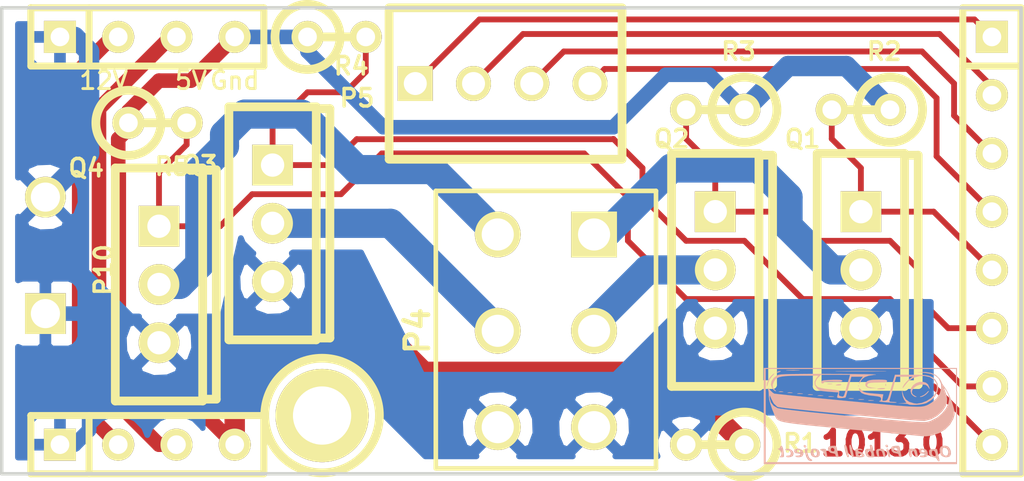
<source format=kicad_pcb>
(kicad_pcb (version 4) (host pcbnew 4.0.7)

  (general
    (links 34)
    (no_connects 0)
    (area 102.794999 55.971396 147.675601 77.378604)
    (thickness 1.6)
    (drawings 9)
    (tracks 136)
    (zones 0)
    (modules 17)
    (nets 17)
  )

  (page A)
  (title_block
    (title "Solenoid Driver (Gen 2)")
    (rev -)
    (company "Open Pinball Project")
  )

  (layers
    (0 F.Cu signal)
    (31 B.Cu signal)
    (32 B.Adhes user)
    (33 F.Adhes user)
    (34 B.Paste user)
    (35 F.Paste user)
    (36 B.SilkS user)
    (37 F.SilkS user)
    (38 B.Mask user)
    (39 F.Mask user)
    (40 Dwgs.User user)
    (41 Cmts.User user)
    (42 Eco1.User user)
    (43 Eco2.User user)
    (44 Edge.Cuts user)
  )

  (setup
    (last_trace_width 0.254)
    (user_trace_width 0.635)
    (user_trace_width 0.889)
    (user_trace_width 1.27)
    (trace_clearance 0.2032)
    (zone_clearance 0.508)
    (zone_45_only no)
    (trace_min 0.2032)
    (segment_width 0.2)
    (edge_width 0.15)
    (via_size 0.889)
    (via_drill 0.635)
    (via_min_size 0.635)
    (via_min_drill 0.3048)
    (uvia_size 0.508)
    (uvia_drill 0.127)
    (uvias_allowed no)
    (uvia_min_size 0.508)
    (uvia_min_drill 0.127)
    (pcb_text_width 0.3)
    (pcb_text_size 1.5 1.5)
    (mod_edge_width 0.15)
    (mod_text_size 1.5 1.5)
    (mod_text_width 0.15)
    (pad_size 1.99898 1.99898)
    (pad_drill 1.39954)
    (pad_to_mask_clearance 0.2)
    (aux_axis_origin 102.87 56.515)
    (visible_elements 7FFFFFFF)
    (pcbplotparams
      (layerselection 0x010f0_80000001)
      (usegerberextensions true)
      (excludeedgelayer false)
      (linewidth 0.150000)
      (plotframeref false)
      (viasonmask false)
      (mode 1)
      (useauxorigin false)
      (hpglpennumber 1)
      (hpglpenspeed 20)
      (hpglpendiameter 15)
      (hpglpenoverlay 2)
      (psnegative false)
      (psa4output false)
      (plotreference true)
      (plotvalue true)
      (plotinvisibletext false)
      (padsonsilk false)
      (subtractmaskfromsilk false)
      (outputformat 1)
      (mirror false)
      (drillshape 0)
      (scaleselection 1)
      (outputdirectory Gerber/))
  )

  (net 0 "")
  (net 1 +12V1)
  (net 2 +5V)
  (net 3 /P0)
  (net 4 /P1)
  (net 5 /P2)
  (net 6 /P3)
  (net 7 /P4)
  (net 8 /P5)
  (net 9 /P6)
  (net 10 /P7)
  (net 11 GND)
  (net 12 GNDPWR)
  (net 13 N-0000010)
  (net 14 N-0000012)
  (net 15 N-000008)
  (net 16 N-000009)

  (net_class Default "This is the default net class."
    (clearance 0.2032)
    (trace_width 0.254)
    (via_dia 0.889)
    (via_drill 0.635)
    (uvia_dia 0.508)
    (uvia_drill 0.127)
    (add_net +12V1)
    (add_net +5V)
    (add_net /P0)
    (add_net /P1)
    (add_net /P2)
    (add_net /P3)
    (add_net /P4)
    (add_net /P5)
    (add_net /P6)
    (add_net /P7)
    (add_net GND)
    (add_net GNDPWR)
    (add_net N-0000010)
    (add_net N-0000012)
    (add_net N-000008)
    (add_net N-000009)
  )

  (module SIL-8 (layer F.Cu) (tedit 55B2DA1F) (tstamp 55B1875D)
    (at 146.05 66.675 270)
    (descr "Connecteur 8 pins")
    (tags "CONN DEV")
    (path /55B15C94)
    (fp_text reference P6 (at 0 0 360) (layer F.SilkS) hide
      (effects (font (size 1.72974 1.08712) (thickness 0.27178)))
    )
    (fp_text value CONN_8 (at 0 0 270) (layer F.SilkS) hide
      (effects (font (size 1.524 1.016) (thickness 0.254)))
    )
    (fp_line (start -10.16 -1.27) (end 10.16 -1.27) (layer F.SilkS) (width 0.3048))
    (fp_line (start 10.16 -1.27) (end 10.16 1.27) (layer F.SilkS) (width 0.3048))
    (fp_line (start 10.16 1.27) (end -10.16 1.27) (layer F.SilkS) (width 0.3048))
    (fp_line (start -10.16 1.27) (end -10.16 -1.27) (layer F.SilkS) (width 0.3048))
    (fp_line (start -7.62 1.27) (end -7.62 -1.27) (layer F.SilkS) (width 0.3048))
    (pad 1 thru_hole rect (at -8.89 0 270) (size 1.397 1.397) (drill 0.8128) (layers *.Cu *.Mask F.SilkS)
      (net 3 /P0))
    (pad 2 thru_hole circle (at -6.35 0 270) (size 1.397 1.397) (drill 0.8128) (layers *.Cu *.Mask F.SilkS)
      (net 4 /P1))
    (pad 3 thru_hole circle (at -3.81 0 270) (size 1.397 1.397) (drill 0.8128) (layers *.Cu *.Mask F.SilkS)
      (net 5 /P2))
    (pad 4 thru_hole circle (at -1.27 0 270) (size 1.397 1.397) (drill 0.8128) (layers *.Cu *.Mask F.SilkS)
      (net 6 /P3))
    (pad 5 thru_hole circle (at 1.27 0 270) (size 1.397 1.397) (drill 0.8128) (layers *.Cu *.Mask F.SilkS)
      (net 7 /P4))
    (pad 6 thru_hole circle (at 3.81 0 270) (size 1.397 1.397) (drill 0.8128) (layers *.Cu *.Mask F.SilkS)
      (net 8 /P5))
    (pad 7 thru_hole circle (at 6.35 0 270) (size 1.397 1.397) (drill 0.8128) (layers *.Cu *.Mask F.SilkS)
      (net 9 /P6))
    (pad 8 thru_hole circle (at 8.89 0 270) (size 1.397 1.397) (drill 0.8128) (layers *.Cu *.Mask F.SilkS)
      (net 10 /P7))
  )

  (module SIL-4 (layer F.Cu) (tedit 55B2D99D) (tstamp 55B1876C)
    (at 109.22 57.785)
    (descr "Connecteur 4 pibs")
    (tags "CONN DEV")
    (path /55B16234)
    (fp_text reference P2 (at -0.635 0) (layer F.SilkS) hide
      (effects (font (size 1.73482 1.08712) (thickness 0.27178)))
    )
    (fp_text value CONN_4 (at 0 0) (layer F.SilkS) hide
      (effects (font (size 1.524 1.016) (thickness 0.3048)))
    )
    (fp_line (start -5.08 -1.27) (end -5.08 -1.27) (layer F.SilkS) (width 0.3048))
    (fp_line (start -5.08 1.27) (end -5.08 -1.27) (layer F.SilkS) (width 0.3048))
    (fp_line (start -5.08 -1.27) (end -5.08 -1.27) (layer F.SilkS) (width 0.3048))
    (fp_line (start -5.08 -1.27) (end 5.08 -1.27) (layer F.SilkS) (width 0.3048))
    (fp_line (start 5.08 -1.27) (end 5.08 1.27) (layer F.SilkS) (width 0.3048))
    (fp_line (start 5.08 1.27) (end -5.08 1.27) (layer F.SilkS) (width 0.3048))
    (fp_line (start -2.54 1.27) (end -2.54 -1.27) (layer F.SilkS) (width 0.3048))
    (pad 1 thru_hole rect (at -3.81 0) (size 1.397 1.397) (drill 0.8128) (layers *.Cu *.Mask F.SilkS)
      (net 12 GNDPWR))
    (pad 2 thru_hole circle (at -1.27 0) (size 1.397 1.397) (drill 0.8128) (layers *.Cu *.Mask F.SilkS)
      (net 1 +12V1))
    (pad 3 thru_hole circle (at 1.27 0) (size 1.397 1.397) (drill 0.8128) (layers *.Cu *.Mask F.SilkS)
      (net 2 +5V))
    (pad 4 thru_hole circle (at 3.81 0) (size 1.397 1.397) (drill 0.8128) (layers *.Cu *.Mask F.SilkS)
      (net 11 GND))
  )

  (module SIL-4 (layer F.Cu) (tedit 55B2D9AB) (tstamp 55B1877B)
    (at 109.22 75.565)
    (descr "Connecteur 4 pibs")
    (tags "CONN DEV")
    (path /55B1623E)
    (fp_text reference P3 (at 0 0) (layer F.SilkS) hide
      (effects (font (size 1.73482 1.08712) (thickness 0.27178)))
    )
    (fp_text value CONN_4 (at -0.635 0) (layer F.SilkS) hide
      (effects (font (size 1.524 1.016) (thickness 0.3048)))
    )
    (fp_line (start -5.08 -1.27) (end -5.08 -1.27) (layer F.SilkS) (width 0.3048))
    (fp_line (start -5.08 1.27) (end -5.08 -1.27) (layer F.SilkS) (width 0.3048))
    (fp_line (start -5.08 -1.27) (end -5.08 -1.27) (layer F.SilkS) (width 0.3048))
    (fp_line (start -5.08 -1.27) (end 5.08 -1.27) (layer F.SilkS) (width 0.3048))
    (fp_line (start 5.08 -1.27) (end 5.08 1.27) (layer F.SilkS) (width 0.3048))
    (fp_line (start 5.08 1.27) (end -5.08 1.27) (layer F.SilkS) (width 0.3048))
    (fp_line (start -2.54 1.27) (end -2.54 -1.27) (layer F.SilkS) (width 0.3048))
    (pad 1 thru_hole rect (at -3.81 0) (size 1.397 1.397) (drill 0.8128) (layers *.Cu *.Mask F.SilkS)
      (net 12 GNDPWR))
    (pad 2 thru_hole circle (at -1.27 0) (size 1.397 1.397) (drill 0.8128) (layers *.Cu *.Mask F.SilkS)
      (net 1 +12V1))
    (pad 3 thru_hole circle (at 1.27 0) (size 1.397 1.397) (drill 0.8128) (layers *.Cu *.Mask F.SilkS)
      (net 2 +5V))
    (pad 4 thru_hole circle (at 3.81 0) (size 1.397 1.397) (drill 0.8128) (layers *.Cu *.Mask F.SilkS)
      (net 11 GND))
  )

  (module R1 (layer F.Cu) (tedit 55B2D942) (tstamp 55B18783)
    (at 140.335 60.96 180)
    (descr "Resistance verticale")
    (tags R)
    (path /55B1776F)
    (autoplace_cost90 10)
    (autoplace_cost180 10)
    (fp_text reference R2 (at -1.016 2.54 180) (layer F.SilkS)
      (effects (font (size 0.762 0.762) (thickness 0.1524)))
    )
    (fp_text value 100K (at -1.143 2.54 180) (layer F.SilkS) hide
      (effects (font (size 1.397 1.27) (thickness 0.2032)))
    )
    (fp_line (start -1.27 0) (end 1.27 0) (layer F.SilkS) (width 0.381))
    (fp_circle (center -1.27 0) (end -0.635 1.27) (layer F.SilkS) (width 0.381))
    (pad 1 thru_hole circle (at -1.27 0 180) (size 1.397 1.397) (drill 0.8128) (layers *.Cu *.Mask F.SilkS)
      (net 11 GND))
    (pad 2 thru_hole circle (at 1.27 0 180) (size 1.397 1.397) (drill 0.8128) (layers *.Cu *.Mask F.SilkS)
      (net 7 /P4))
    (model discret/verti_resistor.wrl
      (at (xyz 0 0 0))
      (scale (xyz 1 1 1))
      (rotate (xyz 0 0 0))
    )
  )

  (module R1 (layer F.Cu) (tedit 55B2D938) (tstamp 55B1878B)
    (at 133.985 60.96 180)
    (descr "Resistance verticale")
    (tags R)
    (path /55B17E4D)
    (autoplace_cost90 10)
    (autoplace_cost180 10)
    (fp_text reference R3 (at -1.016 2.54 180) (layer F.SilkS)
      (effects (font (size 0.762 0.762) (thickness 0.1524)))
    )
    (fp_text value 100K (at -1.143 2.54 180) (layer F.SilkS) hide
      (effects (font (size 1.397 1.27) (thickness 0.2032)))
    )
    (fp_line (start -1.27 0) (end 1.27 0) (layer F.SilkS) (width 0.381))
    (fp_circle (center -1.27 0) (end -0.635 1.27) (layer F.SilkS) (width 0.381))
    (pad 1 thru_hole circle (at -1.27 0 180) (size 1.397 1.397) (drill 0.8128) (layers *.Cu *.Mask F.SilkS)
      (net 11 GND))
    (pad 2 thru_hole circle (at 1.27 0 180) (size 1.397 1.397) (drill 0.8128) (layers *.Cu *.Mask F.SilkS)
      (net 8 /P5))
    (model discret/verti_resistor.wrl
      (at (xyz 0 0 0))
      (scale (xyz 1 1 1))
      (rotate (xyz 0 0 0))
    )
  )

  (module R1 (layer F.Cu) (tedit 55B2D8FD) (tstamp 55B18793)
    (at 117.475 57.785)
    (descr "Resistance verticale")
    (tags R)
    (path /55B17FED)
    (autoplace_cost90 10)
    (autoplace_cost180 10)
    (fp_text reference R4 (at 0.635 1.27) (layer F.SilkS)
      (effects (font (size 0.762 0.762) (thickness 0.1524)))
    )
    (fp_text value 100K (at -1.143 2.54) (layer F.SilkS) hide
      (effects (font (size 1.397 1.27) (thickness 0.2032)))
    )
    (fp_line (start -1.27 0) (end 1.27 0) (layer F.SilkS) (width 0.381))
    (fp_circle (center -1.27 0) (end -0.635 1.27) (layer F.SilkS) (width 0.381))
    (pad 1 thru_hole circle (at -1.27 0) (size 1.397 1.397) (drill 0.8128) (layers *.Cu *.Mask F.SilkS)
      (net 11 GND))
    (pad 2 thru_hole circle (at 1.27 0) (size 1.397 1.397) (drill 0.8128) (layers *.Cu *.Mask F.SilkS)
      (net 9 /P6))
    (model discret/verti_resistor.wrl
      (at (xyz 0 0 0))
      (scale (xyz 1 1 1))
      (rotate (xyz 0 0 0))
    )
  )

  (module R1 (layer F.Cu) (tedit 55B77278) (tstamp 55B1879B)
    (at 109.6645 61.5315)
    (descr "Resistance verticale")
    (tags R)
    (path /55B180C1)
    (autoplace_cost90 10)
    (autoplace_cost180 10)
    (fp_text reference R5 (at 0.635 1.905) (layer F.SilkS)
      (effects (font (size 0.762 0.762) (thickness 0.1524)))
    )
    (fp_text value 100K (at 0 0) (layer F.SilkS) hide
      (effects (font (size 1.397 1.27) (thickness 0.2032)))
    )
    (fp_line (start -1.27 0) (end 1.27 0) (layer F.SilkS) (width 0.381))
    (fp_circle (center -1.27 0) (end -0.635 1.27) (layer F.SilkS) (width 0.381))
    (pad 1 thru_hole circle (at -1.27 0) (size 1.397 1.397) (drill 0.8128) (layers *.Cu *.Mask F.SilkS)
      (net 11 GND))
    (pad 2 thru_hole circle (at 1.27 0) (size 1.397 1.397) (drill 0.8128) (layers *.Cu *.Mask F.SilkS)
      (net 10 /P7))
    (model discret/verti_resistor.wrl
      (at (xyz 0 0 0))
      (scale (xyz 1 1 1))
      (rotate (xyz 0 0 0))
    )
  )

  (module R1 (layer F.Cu) (tedit 56FBA3E8) (tstamp 55B187A3)
    (at 133.985 75.565 180)
    (descr "Resistance verticale")
    (tags R)
    (path /55B1880D)
    (autoplace_cost90 10)
    (autoplace_cost180 10)
    (fp_text reference R1 (at -3.715 0.065 180) (layer F.SilkS)
      (effects (font (size 0.762 0.762) (thickness 0.1524)))
    )
    (fp_text value 0 (at -1.143 2.54 180) (layer F.SilkS) hide
      (effects (font (size 1.397 1.27) (thickness 0.2032)))
    )
    (fp_line (start -1.27 0) (end 1.27 0) (layer F.SilkS) (width 0.381))
    (fp_circle (center -1.27 0) (end -0.635 1.27) (layer F.SilkS) (width 0.381))
    (pad 1 thru_hole circle (at -1.27 0 180) (size 1.397 1.397) (drill 0.8128) (layers *.Cu *.Mask F.SilkS)
      (net 11 GND))
    (pad 2 thru_hole circle (at 1.27 0 180) (size 1.397 1.397) (drill 0.8128) (layers *.Cu *.Mask F.SilkS)
      (net 12 GNDPWR))
    (model discret/verti_resistor.wrl
      (at (xyz 0 0 0))
      (scale (xyz 1 1 1))
      (rotate (xyz 0 0 0))
    )
  )

  (module 00_to220_vert_gds (layer F.Cu) (tedit 55B2D9CD) (tstamp 55B187B1)
    (at 114.681 65.913 180)
    (descr "Regulateur TO220 serie LM78xx")
    (tags "TR TO220")
    (path /4F78A22C)
    (fp_text reference Q3 (at 3.175 2.54 180) (layer F.SilkS)
      (effects (font (size 0.762 0.762) (thickness 0.1524)))
    )
    (fp_text value MOSFET_N (at 0 0 180) (layer F.SilkS) hide
      (effects (font (size 1.524 1.016) (thickness 0.2032)))
    )
    (fp_line (start -1.99898 5.00126) (end -2.49936 5.00126) (layer F.SilkS) (width 0.381))
    (fp_line (start -2.49936 5.00126) (end -2.49936 -5.00126) (layer F.SilkS) (width 0.381))
    (fp_line (start -2.49936 -5.00126) (end -1.99898 -5.00126) (layer F.SilkS) (width 0.381))
    (fp_line (start -1.905 -5.08) (end 1.905 -5.08) (layer F.SilkS) (width 0.381))
    (fp_line (start 1.905 -5.08) (end 1.905 5.08) (layer F.SilkS) (width 0.381))
    (fp_line (start 1.905 5.08) (end -1.905 5.08) (layer F.SilkS) (width 0.381))
    (fp_line (start -1.905 5.08) (end -1.905 -5.08) (layer F.SilkS) (width 0.381))
    (pad S thru_hole circle (at 0 -2.54 180) (size 1.778 1.778) (drill 1.016) (layers *.Cu *.Mask F.SilkS)
      (net 12 GNDPWR))
    (pad D thru_hole circle (at 0 0 180) (size 1.778 1.778) (drill 1.016) (layers *.Cu *.Mask F.SilkS)
      (net 14 N-0000012))
    (pad G thru_hole rect (at 0 2.54 180) (size 1.778 1.778) (drill 1.016) (layers *.Cu *.Mask F.SilkS)
      (net 9 /P6))
  )

  (module 00_to220_vert_gds (layer F.Cu) (tedit 55B2D9C7) (tstamp 55B187BF)
    (at 133.985 67.945 180)
    (descr "Regulateur TO220 serie LM78xx")
    (tags "TR TO220")
    (path /55B161EC)
    (fp_text reference Q2 (at 1.905 5.715 180) (layer F.SilkS)
      (effects (font (size 0.762 0.762) (thickness 0.1524)))
    )
    (fp_text value MOSFET_N (at 0 0 180) (layer F.SilkS) hide
      (effects (font (size 1.524 1.016) (thickness 0.2032)))
    )
    (fp_line (start -1.99898 5.00126) (end -2.49936 5.00126) (layer F.SilkS) (width 0.381))
    (fp_line (start -2.49936 5.00126) (end -2.49936 -5.00126) (layer F.SilkS) (width 0.381))
    (fp_line (start -2.49936 -5.00126) (end -1.99898 -5.00126) (layer F.SilkS) (width 0.381))
    (fp_line (start -1.905 -5.08) (end 1.905 -5.08) (layer F.SilkS) (width 0.381))
    (fp_line (start 1.905 -5.08) (end 1.905 5.08) (layer F.SilkS) (width 0.381))
    (fp_line (start 1.905 5.08) (end -1.905 5.08) (layer F.SilkS) (width 0.381))
    (fp_line (start -1.905 5.08) (end -1.905 -5.08) (layer F.SilkS) (width 0.381))
    (pad S thru_hole circle (at 0 -2.54 180) (size 1.778 1.778) (drill 1.016) (layers *.Cu *.Mask F.SilkS)
      (net 12 GNDPWR))
    (pad D thru_hole circle (at 0 0 180) (size 1.778 1.778) (drill 1.016) (layers *.Cu *.Mask F.SilkS)
      (net 13 N-0000010))
    (pad G thru_hole rect (at 0 2.54 180) (size 1.778 1.778) (drill 1.016) (layers *.Cu *.Mask F.SilkS)
      (net 8 /P5))
  )

  (module 00_to220_vert_gds (layer F.Cu) (tedit 55B2D9C2) (tstamp 55B187CD)
    (at 140.335 67.945 180)
    (descr "Regulateur TO220 serie LM78xx")
    (tags "TR TO220")
    (path /55B16200)
    (fp_text reference Q1 (at 2.54 5.715 180) (layer F.SilkS)
      (effects (font (size 0.762 0.762) (thickness 0.1524)))
    )
    (fp_text value MOSFET_N (at 0 -0.635 180) (layer F.SilkS) hide
      (effects (font (size 1.524 1.016) (thickness 0.2032)))
    )
    (fp_line (start -1.99898 5.00126) (end -2.49936 5.00126) (layer F.SilkS) (width 0.381))
    (fp_line (start -2.49936 5.00126) (end -2.49936 -5.00126) (layer F.SilkS) (width 0.381))
    (fp_line (start -2.49936 -5.00126) (end -1.99898 -5.00126) (layer F.SilkS) (width 0.381))
    (fp_line (start -1.905 -5.08) (end 1.905 -5.08) (layer F.SilkS) (width 0.381))
    (fp_line (start 1.905 -5.08) (end 1.905 5.08) (layer F.SilkS) (width 0.381))
    (fp_line (start 1.905 5.08) (end -1.905 5.08) (layer F.SilkS) (width 0.381))
    (fp_line (start -1.905 5.08) (end -1.905 -5.08) (layer F.SilkS) (width 0.381))
    (pad S thru_hole circle (at 0 -2.54 180) (size 1.778 1.778) (drill 1.016) (layers *.Cu *.Mask F.SilkS)
      (net 12 GNDPWR))
    (pad D thru_hole circle (at 0 0 180) (size 1.778 1.778) (drill 1.016) (layers *.Cu *.Mask F.SilkS)
      (net 16 N-000009))
    (pad G thru_hole rect (at 0 2.54 180) (size 1.778 1.778) (drill 1.016) (layers *.Cu *.Mask F.SilkS)
      (net 7 /P4))
  )

  (module 00_to220_vert_gds (layer F.Cu) (tedit 55B2D9D2) (tstamp 55B187DB)
    (at 109.728 68.58 180)
    (descr "Regulateur TO220 serie LM78xx")
    (tags "TR TO220")
    (path /55B17B88)
    (fp_text reference Q4 (at 3.175 5.08 180) (layer F.SilkS)
      (effects (font (size 0.762 0.762) (thickness 0.1524)))
    )
    (fp_text value MOSFET_N (at 0 0 180) (layer F.SilkS) hide
      (effects (font (size 1.524 1.016) (thickness 0.2032)))
    )
    (fp_line (start -1.99898 5.00126) (end -2.49936 5.00126) (layer F.SilkS) (width 0.381))
    (fp_line (start -2.49936 5.00126) (end -2.49936 -5.00126) (layer F.SilkS) (width 0.381))
    (fp_line (start -2.49936 -5.00126) (end -1.99898 -5.00126) (layer F.SilkS) (width 0.381))
    (fp_line (start -1.905 -5.08) (end 1.905 -5.08) (layer F.SilkS) (width 0.381))
    (fp_line (start 1.905 -5.08) (end 1.905 5.08) (layer F.SilkS) (width 0.381))
    (fp_line (start 1.905 5.08) (end -1.905 5.08) (layer F.SilkS) (width 0.381))
    (fp_line (start -1.905 5.08) (end -1.905 -5.08) (layer F.SilkS) (width 0.381))
    (pad S thru_hole circle (at 0 -2.54 180) (size 1.778 1.778) (drill 1.016) (layers *.Cu *.Mask F.SilkS)
      (net 12 GNDPWR))
    (pad D thru_hole circle (at 0 0 180) (size 1.778 1.778) (drill 1.016) (layers *.Cu *.Mask F.SilkS)
      (net 15 N-000008))
    (pad G thru_hole rect (at 0 2.54 180) (size 1.778 1.778) (drill 1.016) (layers *.Cu *.Mask F.SilkS)
      (net 10 /P7))
  )

  (module 00_th1x4x100-lock (layer F.Cu) (tedit 55B2D8D1) (tstamp 56FBBC9B)
    (at 124.714 59.817)
    (path /4F78A11A)
    (fp_text reference P5 (at -6.35 0.635) (layer F.SilkS)
      (effects (font (size 0.762 0.762) (thickness 0.1524)))
    )
    (fp_text value CONN_4 (at 0 2.54) (layer F.SilkS) hide
      (effects (font (thickness 0.3048)))
    )
    (fp_line (start -4.953 3.302) (end 5.207 3.302) (layer F.SilkS) (width 0.381))
    (fp_line (start -4.953 -3.302) (end 5.207 -3.302) (layer F.SilkS) (width 0.381))
    (fp_line (start 5.207 -3.175) (end 5.207 3.175) (layer F.SilkS) (width 0.381))
    (fp_line (start -4.953 3.175) (end -4.953 -3.175) (layer F.SilkS) (width 0.381))
    (pad 1 thru_hole rect (at -3.81 0) (size 1.524 1.524) (drill 1.00076) (layers *.Cu *.Mask F.SilkS)
      (net 3 /P0))
    (pad 2 thru_hole circle (at -1.27 0) (size 1.524 1.524) (drill 1.00076) (layers *.Cu *.Mask F.SilkS)
      (net 4 /P1))
    (pad 3 thru_hole circle (at 1.27 0) (size 1.524 1.524) (drill 1.00076) (layers *.Cu *.Mask F.SilkS)
      (net 5 /P2))
    (pad 4 thru_hole circle (at 3.81 0) (size 1.524 1.524) (drill 1.00076) (layers *.Cu *.Mask F.SilkS)
      (net 6 /P3))
  )

  (module 00_th1x2x200 (layer F.Cu) (tedit 55B2D96C) (tstamp 55B187FD)
    (at 104.775 67.31 90)
    (path /4F789F3A)
    (fp_text reference P10 (at -0.635 2.54 90) (layer F.SilkS)
      (effects (font (size 0.762 0.762) (thickness 0.1524)))
    )
    (fp_text value SPADE_187 (at 0 0.254 90) (layer F.SilkS) hide
      (effects (font (thickness 0.3048)))
    )
    (pad 1 thru_hole rect (at -2.54 0 90) (size 1.778 1.778) (drill 1.27) (layers *.Cu *.Mask F.SilkS)
      (net 12 GNDPWR))
    (pad 2 thru_hole circle (at 2.54 0 90) (size 1.778 1.778) (drill 1.27) (layers *.Cu *.Mask F.SilkS)
      (net 12 GNDPWR))
  )

  (module 00_mtg_hole-2-56 (layer F.Cu) (tedit 55B2D997) (tstamp 55B2B545)
    (at 116.84 74.295)
    (descr "module 1 pin (ou trou mecanique de percage)")
    (tags DEV)
    (path /55B18CB8)
    (fp_text reference P1 (at 0 -3.048) (layer F.SilkS) hide
      (effects (font (size 1.016 1.016) (thickness 0.254)))
    )
    (fp_text value TST (at 0 0) (layer F.SilkS) hide
      (effects (font (size 1.016 1.016) (thickness 0.254)))
    )
    (fp_circle (center 0 0) (end -2.49936 0) (layer F.SilkS) (width 0.381))
    (pad 1 thru_hole circle (at 0 0) (size 4.064 4.064) (drill 2.54) (layers *.Cu *.Mask F.SilkS))
  )

  (module opp_logo_backsilk (layer F.Cu) (tedit 0) (tstamp 55B8314A)
    (at 140.335 74.295)
    (fp_text reference VAL (at 0 0) (layer F.SilkS) hide
      (effects (font (size 0.381 0.381) (thickness 0.127)))
    )
    (fp_text value REF (at 0 0) (layer F.SilkS) hide
      (effects (font (size 0.381 0.381) (thickness 0.127)))
    )
    (fp_poly (pts (xy -4.23418 2.11836) (xy -4.15036 2.11836) (xy -4.15036 2.032) (xy -4.15036 0)
      (xy -4.15036 -2.032) (xy 0 -2.032) (xy 4.15036 -2.032) (xy 4.15036 0)
      (xy 4.15036 2.032) (xy 0 2.032) (xy -4.15036 2.032) (xy -4.15036 2.11836)
      (xy -0.02286 2.11836) (xy 4.191 2.11836) (xy 4.191 0.02286) (xy 4.191 -2.07518)
      (xy -0.02286 -2.07518) (xy -4.23418 -2.07518) (xy -4.23418 0.02286) (xy -4.23418 2.11836)
      (xy -4.23418 2.11836)) (layer B.SilkS) (width 0.00254))
    (fp_poly (pts (xy 2.9718 1.55448) (xy 2.9845 1.69164) (xy 3.05816 1.78562) (xy 3.09118 1.79578)
      (xy 3.09118 1.62306) (xy 3.10642 1.55194) (xy 3.1496 1.524) (xy 3.21564 1.5621)
      (xy 3.25374 1.65862) (xy 3.26136 1.71958) (xy 3.2512 1.77038) (xy 3.21056 1.77038)
      (xy 3.15722 1.7526) (xy 3.10896 1.7018) (xy 3.09118 1.62306) (xy 3.09118 1.79578)
      (xy 3.17246 1.82118) (xy 3.27406 1.84404) (xy 3.3147 1.905) (xy 3.35026 1.96596)
      (xy 3.39598 1.9939) (xy 3.42646 1.97612) (xy 3.429 1.95834) (xy 3.41884 1.90246)
      (xy 3.39344 1.79324) (xy 3.37312 1.69418) (xy 3.31724 1.4605) (xy 3.15214 1.4605)
      (xy 3.04038 1.46812) (xy 2.98704 1.50114) (xy 2.9718 1.55448) (xy 2.9718 1.55448)) (layer B.SilkS) (width 0.00254))
    (fp_poly (pts (xy -2.4511 1.4859) (xy -2.4384 1.57988) (xy -2.43586 1.6002) (xy -2.37998 1.80848)
      (xy -2.2987 1.93802) (xy -2.21234 1.98374) (xy -2.13868 1.97866) (xy -2.11836 1.9558)
      (xy -2.15138 1.91262) (xy -2.19202 1.89484) (xy -2.24536 1.84912) (xy -2.29362 1.7526)
      (xy -2.32664 1.64084) (xy -2.33934 1.5367) (xy -2.32156 1.4732) (xy -2.3114 1.46558)
      (xy -2.3114 1.45034) (xy -2.36474 1.44272) (xy -2.42824 1.4478) (xy -2.4511 1.4859)
      (xy -2.4511 1.4859)) (layer B.SilkS) (width 0.00254))
    (fp_poly (pts (xy 3.43662 1.4605) (xy 3.43916 1.59004) (xy 3.48996 1.71704) (xy 3.49504 1.7272)
      (xy 3.556 1.77292) (xy 3.556 1.54432) (xy 3.5687 1.44018) (xy 3.6068 1.40208)
      (xy 3.6322 1.397) (xy 3.74142 1.4351) (xy 3.80238 1.53416) (xy 3.81 1.61544)
      (xy 3.7846 1.71958) (xy 3.71348 1.75514) (xy 3.62966 1.72974) (xy 3.57124 1.651)
      (xy 3.556 1.54432) (xy 3.556 1.77292) (xy 3.58648 1.79578) (xy 3.71348 1.82372)
      (xy 3.83286 1.8034) (xy 3.8862 1.77038) (xy 3.92938 1.6764) (xy 3.92176 1.5494)
      (xy 3.87096 1.42748) (xy 3.79476 1.3462) (xy 3.6957 1.31572) (xy 3.57886 1.3208)
      (xy 3.48742 1.3589) (xy 3.4798 1.36398) (xy 3.43662 1.4605) (xy 3.43662 1.4605)) (layer B.SilkS) (width 0.00254))
    (fp_poly (pts (xy 2.54 1.54432) (xy 2.5527 1.62052) (xy 2.60858 1.64846) (xy 2.62636 1.64846)
      (xy 2.62636 1.54178) (xy 2.65684 1.49098) (xy 2.69494 1.49098) (xy 2.76606 1.52654)
      (xy 2.7813 1.5748) (xy 2.73812 1.60782) (xy 2.71272 1.61036) (xy 2.6416 1.58242)
      (xy 2.62636 1.54178) (xy 2.62636 1.64846) (xy 2.67208 1.651) (xy 2.76606 1.66624)
      (xy 2.78384 1.70434) (xy 2.73304 1.74244) (xy 2.65176 1.75006) (xy 2.5781 1.75514)
      (xy 2.56286 1.78054) (xy 2.62636 1.8161) (xy 2.7305 1.82118) (xy 2.83464 1.8034)
      (xy 2.90322 1.76276) (xy 2.9083 1.7526) (xy 2.91592 1.6637) (xy 2.8956 1.57226)
      (xy 2.84988 1.49352) (xy 2.76606 1.45796) (xy 2.70002 1.4478) (xy 2.59588 1.44526)
      (xy 2.55016 1.47066) (xy 2.54 1.5367) (xy 2.54 1.54432) (xy 2.54 1.54432)) (layer B.SilkS) (width 0.00254))
    (fp_poly (pts (xy 2.07518 1.5367) (xy 2.09042 1.6764) (xy 2.12598 1.778) (xy 2.17424 1.82118)
      (xy 2.17678 1.82118) (xy 2.2098 1.78308) (xy 2.2098 1.67386) (xy 2.20726 1.56972)
      (xy 2.2352 1.52908) (xy 2.25806 1.524) (xy 2.31648 1.56464) (xy 2.35204 1.67386)
      (xy 2.39014 1.778) (xy 2.44094 1.82118) (xy 2.44348 1.82118) (xy 2.48666 1.7907)
      (xy 2.48412 1.74752) (xy 2.45872 1.64846) (xy 2.44094 1.56464) (xy 2.41046 1.49098)
      (xy 2.35204 1.45796) (xy 2.24536 1.4478) (xy 2.13614 1.4478) (xy 2.08788 1.4732)
      (xy 2.07518 1.53162) (xy 2.07518 1.5367) (xy 2.07518 1.5367)) (layer B.SilkS) (width 0.00254))
    (fp_poly (pts (xy 1.3208 1.43764) (xy 1.34112 1.54686) (xy 1.42748 1.6256) (xy 1.44018 1.6256)
      (xy 1.44018 1.47828) (xy 1.46558 1.41732) (xy 1.524 1.40716) (xy 1.58242 1.44526)
      (xy 1.60274 1.49352) (xy 1.58496 1.55448) (xy 1.52908 1.56718) (xy 1.45542 1.53924)
      (xy 1.44018 1.47828) (xy 1.44018 1.6256) (xy 1.55448 1.651) (xy 1.63322 1.6764)
      (xy 1.651 1.73736) (xy 1.68148 1.80594) (xy 1.71958 1.82118) (xy 1.76784 1.79832)
      (xy 1.76276 1.7272) (xy 1.73736 1.62052) (xy 1.71196 1.4859) (xy 1.70942 1.47066)
      (xy 1.6891 1.36906) (xy 1.651 1.32334) (xy 1.56972 1.31826) (xy 1.50876 1.3208)
      (xy 1.39446 1.33858) (xy 1.33858 1.37414) (xy 1.3208 1.43764) (xy 1.3208 1.43764)) (layer B.SilkS) (width 0.00254))
    (fp_poly (pts (xy 1.11506 1.47066) (xy 1.1176 1.51384) (xy 1.14554 1.6129) (xy 1.1684 1.70434)
      (xy 1.20396 1.78816) (xy 1.24714 1.82118) (xy 1.27762 1.80086) (xy 1.27762 1.73228)
      (xy 1.2573 1.63068) (xy 1.21666 1.50876) (xy 1.17094 1.44526) (xy 1.1557 1.44018)
      (xy 1.11506 1.47066) (xy 1.11506 1.47066)) (layer B.SilkS) (width 0.00254))
    (fp_poly (pts (xy 0.66802 1.61036) (xy 0.6858 1.68402) (xy 0.72898 1.7907) (xy 0.76962 1.82118)
      (xy 0.79502 1.778) (xy 0.7874 1.67386) (xy 0.7747 1.5748) (xy 0.79502 1.53162)
      (xy 0.84074 1.524) (xy 0.90424 1.55194) (xy 0.94488 1.64338) (xy 0.94996 1.67386)
      (xy 0.98298 1.77038) (xy 1.02616 1.81864) (xy 1.03378 1.82118) (xy 1.06426 1.8034)
      (xy 1.0668 1.7399) (xy 1.04648 1.63576) (xy 1.016 1.52146) (xy 0.9779 1.46558)
      (xy 0.90424 1.45034) (xy 0.84582 1.4478) (xy 0.7239 1.4605) (xy 0.67056 1.50876)
      (xy 0.66802 1.61036) (xy 0.66802 1.61036)) (layer B.SilkS) (width 0.00254))
    (fp_poly (pts (xy 0.18034 1.52908) (xy 0.19558 1.64846) (xy 0.21336 1.69418) (xy 0.25908 1.778)
      (xy 0.29718 1.79832) (xy 0.29718 1.59766) (xy 0.32004 1.53416) (xy 0.3683 1.52908)
      (xy 0.42418 1.57226) (xy 0.4572 1.65354) (xy 0.45974 1.6637) (xy 0.45466 1.75514)
      (xy 0.41148 1.77292) (xy 0.34798 1.7272) (xy 0.3048 1.64338) (xy 0.29718 1.59766)
      (xy 0.29718 1.79832) (xy 0.32512 1.81356) (xy 0.43434 1.82118) (xy 0.54356 1.81864)
      (xy 0.58674 1.79324) (xy 0.5842 1.73228) (xy 0.57404 1.68402) (xy 0.5461 1.5367)
      (xy 0.5207 1.4097) (xy 0.48768 1.3081) (xy 0.43434 1.27) (xy 0.39116 1.2954)
      (xy 0.39878 1.3716) (xy 0.4064 1.44272) (xy 0.36322 1.45796) (xy 0.3175 1.45034)
      (xy 0.22352 1.4605) (xy 0.18034 1.52908) (xy 0.18034 1.52908)) (layer B.SilkS) (width 0.00254))
    (fp_poly (pts (xy -0.24384 1.5494) (xy -0.23368 1.65608) (xy -0.23114 1.67132) (xy -0.20574 1.77038)
      (xy -0.15748 1.81102) (xy -0.12192 1.81356) (xy -0.12192 1.69164) (xy -0.11684 1.67132)
      (xy -0.05588 1.65862) (xy 0.0127 1.68656) (xy 0.04318 1.73482) (xy 0.01778 1.77546)
      (xy -0.06096 1.75006) (xy -0.08382 1.73736) (xy -0.12192 1.69164) (xy -0.12192 1.81356)
      (xy -0.06096 1.82118) (xy -0.04064 1.82118) (xy 0.07366 1.80848) (xy 0.14478 1.78054)
      (xy 0.1524 1.77292) (xy 0.14478 1.7145) (xy 0.0889 1.64592) (xy 0.00508 1.59004)
      (xy -0.06858 1.56718) (xy -0.12192 1.53924) (xy -0.127 1.52146) (xy -0.09144 1.49352)
      (xy -0.01778 1.50114) (xy 0.05842 1.50876) (xy 0.06604 1.48336) (xy 0.00508 1.45034)
      (xy -0.09652 1.44018) (xy -0.1905 1.45542) (xy -0.23368 1.48082) (xy -0.24384 1.5494)
      (xy -0.24384 1.5494)) (layer B.SilkS) (width 0.00254))
    (fp_poly (pts (xy -0.50546 1.35382) (xy -0.48768 1.47574) (xy -0.45974 1.60528) (xy -0.4191 1.73736)
      (xy -0.37338 1.81102) (xy -0.35306 1.82118) (xy -0.31496 1.79324) (xy -0.32258 1.70434)
      (xy -0.37084 1.4986) (xy -0.40894 1.36652) (xy -0.43942 1.29286) (xy -0.46736 1.27)
      (xy -0.46736 1.27) (xy -0.49784 1.29032) (xy -0.50546 1.35382) (xy -0.50546 1.35382)) (layer B.SilkS) (width 0.00254))
    (fp_poly (pts (xy -0.7239 1.3462) (xy -0.70358 1.46304) (xy -0.6858 1.54686) (xy -0.63754 1.70688)
      (xy -0.59182 1.80086) (xy -0.56134 1.82118) (xy -0.5207 1.7907) (xy -0.52578 1.74752)
      (xy -0.54864 1.651) (xy -0.57404 1.54686) (xy -0.60706 1.397) (xy -0.635 1.31318)
      (xy -0.66548 1.27762) (xy -0.69596 1.27) (xy -0.72136 1.28778) (xy -0.7239 1.3462)
      (xy -0.7239 1.3462)) (layer B.SilkS) (width 0.00254))
    (fp_poly (pts (xy -1.43256 1.43764) (xy -1.41224 1.54686) (xy -1.32588 1.6256) (xy -1.31318 1.62814)
      (xy -1.31318 1.47828) (xy -1.28524 1.41732) (xy -1.22936 1.40716) (xy -1.17094 1.44526)
      (xy -1.15062 1.49352) (xy -1.16586 1.55448) (xy -1.22428 1.56718) (xy -1.29794 1.53924)
      (xy -1.31318 1.47828) (xy -1.31318 1.62814) (xy -1.19888 1.651) (xy -1.12014 1.6764)
      (xy -1.10236 1.73736) (xy -1.07188 1.80594) (xy -1.03378 1.82118) (xy -0.98552 1.79832)
      (xy -0.98806 1.7272) (xy -1.01092 1.62052) (xy -1.03632 1.4859) (xy -1.03886 1.47066)
      (xy -1.06172 1.36906) (xy -1.10236 1.32334) (xy -1.18364 1.31826) (xy -1.2446 1.3208)
      (xy -1.3589 1.33858) (xy -1.41224 1.37414) (xy -1.43256 1.43764) (xy -1.43256 1.43764)) (layer B.SilkS) (width 0.00254))
    (fp_poly (pts (xy -1.778 1.48336) (xy -1.74244 1.51892) (xy -1.69926 1.5367) (xy -1.62814 1.59258)
      (xy -1.59004 1.6891) (xy -1.55448 1.78054) (xy -1.50622 1.82118) (xy -1.50368 1.82118)
      (xy -1.47066 1.80086) (xy -1.4732 1.72974) (xy -1.4859 1.6637) (xy -1.50876 1.55194)
      (xy -1.52146 1.48082) (xy -1.524 1.47574) (xy -1.55956 1.45542) (xy -1.6383 1.45034)
      (xy -1.72466 1.45796) (xy -1.77546 1.47828) (xy -1.778 1.48336) (xy -1.778 1.48336)) (layer B.SilkS) (width 0.00254))
    (fp_poly (pts (xy -2.19456 1.59512) (xy -2.1717 1.71196) (xy -2.16154 1.73482) (xy -2.08788 1.80086)
      (xy -2.06756 1.8034) (xy -2.06756 1.6129) (xy -2.06502 1.51384) (xy -2.03454 1.48844)
      (xy -2.02692 1.49098) (xy -1.94564 1.55448) (xy -1.91262 1.65608) (xy -1.92024 1.71196)
      (xy -1.96342 1.77038) (xy -2.01422 1.75514) (xy -2.05486 1.67894) (xy -2.06756 1.6129)
      (xy -2.06756 1.8034) (xy -1.9812 1.82626) (xy -1.87706 1.81102) (xy -1.80848 1.75514)
      (xy -1.80086 1.73736) (xy -1.79324 1.60274) (xy -1.85166 1.50114) (xy -1.96596 1.44526)
      (xy -2.10312 1.4478) (xy -2.16916 1.49606) (xy -2.19456 1.59512) (xy -2.19456 1.59512)) (layer B.SilkS) (width 0.00254))
    (fp_poly (pts (xy -2.90322 1.59512) (xy -2.84226 1.64084) (xy -2.794 1.64592) (xy -2.794 1.54178)
      (xy -2.76352 1.49098) (xy -2.72288 1.49098) (xy -2.6543 1.52654) (xy -2.63652 1.5748)
      (xy -2.6797 1.60782) (xy -2.7051 1.61036) (xy -2.77876 1.58242) (xy -2.794 1.54178)
      (xy -2.794 1.64592) (xy -2.74574 1.651) (xy -2.6543 1.66624) (xy -2.63652 1.70434)
      (xy -2.68732 1.74244) (xy -2.7686 1.75006) (xy -2.84226 1.75514) (xy -2.8575 1.78054)
      (xy -2.794 1.81356) (xy -2.6924 1.81864) (xy -2.59334 1.79832) (xy -2.55016 1.77038)
      (xy -2.5019 1.67132) (xy -2.52476 1.55956) (xy -2.5654 1.50622) (xy -2.6543 1.45542)
      (xy -2.76352 1.44272) (xy -2.8575 1.46558) (xy -2.8956 1.50876) (xy -2.90322 1.59512)
      (xy -2.90322 1.59512)) (layer B.SilkS) (width 0.00254))
    (fp_poly (pts (xy -3.302 1.48336) (xy -3.26898 1.5113) (xy -3.22326 1.50622) (xy -3.13436 1.51384)
      (xy -3.07086 1.57988) (xy -3.05562 1.67894) (xy -3.05816 1.68148) (xy -3.10642 1.74244)
      (xy -3.16738 1.74752) (xy -3.2385 1.75514) (xy -3.26136 1.78054) (xy -3.2258 1.81356)
      (xy -3.14452 1.82118) (xy -3.05054 1.8034) (xy -2.9718 1.7653) (xy -2.96164 1.7526)
      (xy -2.93116 1.66116) (xy -2.96418 1.56464) (xy -3.05054 1.4859) (xy -3.16738 1.4478)
      (xy -3.2639 1.45288) (xy -3.302 1.48336) (xy -3.302 1.48336)) (layer B.SilkS) (width 0.00254))
    (fp_poly (pts (xy -3.62966 1.45034) (xy -3.59664 1.4732) (xy -3.57378 1.48082) (xy -3.49758 1.54686)
      (xy -3.45948 1.64084) (xy -3.46964 1.73228) (xy -3.51028 1.778) (xy -3.5433 1.80594)
      (xy -3.50266 1.81864) (xy -3.45948 1.81864) (xy -3.38582 1.8161) (xy -3.35534 1.78308)
      (xy -3.35534 1.69926) (xy -3.36042 1.64084) (xy -3.38836 1.4605) (xy -3.429 1.34874)
      (xy -3.47726 1.31318) (xy -3.51028 1.34874) (xy -3.51536 1.37668) (xy -3.54838 1.43256)
      (xy -3.58902 1.44272) (xy -3.62966 1.45034) (xy -3.62966 1.45034)) (layer B.SilkS) (width 0.00254))
    (fp_poly (pts (xy 1.07188 1.2954) (xy 1.0795 1.3462) (xy 1.13538 1.38938) (xy 1.17856 1.36906)
      (xy 1.18618 1.33858) (xy 1.15316 1.28016) (xy 1.12014 1.27) (xy 1.07188 1.2954)
      (xy 1.07188 1.2954)) (layer B.SilkS) (width 0.00254))
    (fp_poly (pts (xy -2.49936 1.33096) (xy -2.4638 1.38938) (xy -2.43078 1.397) (xy -2.38252 1.37414)
      (xy -2.37998 1.34874) (xy -2.42316 1.29286) (xy -2.47396 1.28524) (xy -2.49936 1.33096)
      (xy -2.49936 1.33096)) (layer B.SilkS) (width 0.00254))
    (fp_poly (pts (xy -4.05892 -1.21158) (xy -4.05384 -1.17094) (xy -4.04368 -1.143) (xy -4.02336 -1.03124)
      (xy -4.01574 -0.889) (xy -4.01574 -0.8636) (xy -4.0005 -0.71628) (xy -3.97764 -0.6223)
      (xy -3.97764 -0.78232) (xy -3.97256 -0.85852) (xy -3.9624 -0.86614) (xy -3.93446 -0.80264)
      (xy -3.9116 -0.74422) (xy -3.80238 -0.53086) (xy -3.6576 -0.39116) (xy -3.62966 -0.37592)
      (xy -3.57378 -0.36322) (xy -3.4417 -0.34544) (xy -3.24104 -0.32004) (xy -2.97942 -0.2921)
      (xy -2.667 -0.25908) (xy -2.3114 -0.22098) (xy -1.9177 -0.18034) (xy -1.4986 -0.1397)
      (xy -1.05918 -0.09652) (xy -0.6096 -0.05334) (xy -0.15494 -0.01016) (xy 0.29718 0.03302)
      (xy 0.73406 0.07366) (xy 1.14808 0.11176) (xy 1.53416 0.14478) (xy 1.88468 0.17526)
      (xy 2.18694 0.20066) (xy 2.4384 0.21844) (xy 2.62636 0.23114) (xy 2.74574 0.23622)
      (xy 2.7813 0.23622) (xy 3.06578 0.16256) (xy 3.32486 0.02032) (xy 3.5433 -0.1778)
      (xy 3.68808 -0.38862) (xy 3.75158 -0.5588) (xy 3.76174 -0.73406) (xy 3.71602 -0.93726)
      (xy 3.68554 -1.02616) (xy 3.64236 -1.14554) (xy 3.63474 -1.1938) (xy 3.6576 -1.17856)
      (xy 3.66776 -1.16332) (xy 3.7465 -1.0414) (xy 3.81 -0.89916) (xy 3.8481 -0.77216)
      (xy 3.85318 -0.73152) (xy 3.81254 -0.508) (xy 3.70078 -0.28702) (xy 3.5306 -0.08382)
      (xy 3.31216 0.09398) (xy 3.0607 0.22352) (xy 2.96418 0.25654) (xy 2.91592 0.26924)
      (xy 2.8575 0.2794) (xy 2.7813 0.28448) (xy 2.68478 0.28448) (xy 2.56032 0.28194)
      (xy 2.4003 0.27432) (xy 2.20218 0.26162) (xy 1.9558 0.24384) (xy 1.65862 0.21844)
      (xy 1.30556 0.18796) (xy 0.88646 0.14986) (xy 0.40132 0.10414) (xy -0.16256 0.05334)
      (xy -0.508 0.02032) (xy -1.16332 -0.04318) (xy -1.74498 -0.1016) (xy -2.25044 -0.1524)
      (xy -2.68224 -0.19812) (xy -3.0353 -0.23876) (xy -3.30962 -0.27178) (xy -3.5052 -0.29972)
      (xy -3.61696 -0.32004) (xy -3.63474 -0.32512) (xy -3.80746 -0.42672) (xy -3.92684 -0.57404)
      (xy -3.9751 -0.7493) (xy -3.97764 -0.78232) (xy -3.97764 -0.6223) (xy -3.9497 -0.51816)
      (xy -3.8735 -0.28702) (xy -3.77444 -0.04572) (xy -3.73888 0.03048) (xy -3.71348 0.08128)
      (xy -3.68808 0.127) (xy -3.64998 0.16764) (xy -3.60172 0.2032) (xy -3.5306 0.23622)
      (xy -3.43662 0.2667) (xy -3.30962 0.29464) (xy -3.14706 0.32258) (xy -2.93878 0.35306)
      (xy -2.68478 0.38354) (xy -2.3749 0.4191) (xy -2.00406 0.4572) (xy -1.56718 0.49784)
      (xy -1.05918 0.5461) (xy -0.47244 0.60198) (xy -0.381 0.61214) (xy 0.1143 0.65786)
      (xy 0.58674 0.70104) (xy 1.03124 0.74422) (xy 1.43764 0.78232) (xy 1.80086 0.81788)
      (xy 2.11328 0.84582) (xy 2.36982 0.87122) (xy 2.55778 0.889) (xy 2.67716 0.89916)
      (xy 2.71018 0.90424) (xy 2.83972 0.90424) (xy 3.00228 0.88646) (xy 3.09118 0.87122)
      (xy 3.40868 0.76708) (xy 3.67538 0.60706) (xy 3.8862 0.39878) (xy 4.03098 0.14478)
      (xy 4.08432 -0.02794) (xy 4.08432 -0.1524) (xy 4.04876 -0.33274) (xy 3.9878 -0.54102)
      (xy 3.90652 -0.75946) (xy 3.81508 -0.96774) (xy 3.71602 -1.143) (xy 3.67792 -1.20142)
      (xy 3.59156 -1.31826) (xy 3.53314 -1.4097) (xy 3.51536 -1.45288) (xy 3.4925 -1.50876)
      (xy 3.43662 -1.6002) (xy 3.42392 -1.61798) (xy 3.26898 -1.7653) (xy 3.05562 -1.85928)
      (xy 2.79908 -1.89738) (xy 2.7305 -1.89738) (xy 2.4765 -1.8923) (xy 2.77368 -1.86436)
      (xy 3.04038 -1.82118) (xy 3.23596 -1.74498) (xy 3.37312 -1.63068) (xy 3.40614 -1.5875)
      (xy 3.4925 -1.3843) (xy 3.50012 -1.17094) (xy 3.43916 -0.95758) (xy 3.30708 -0.75692)
      (xy 3.11404 -0.5842) (xy 3.03276 -0.53086) (xy 2.96926 -0.49276) (xy 2.9083 -0.45974)
      (xy 2.8448 -0.43434) (xy 2.77368 -0.41148) (xy 2.68732 -0.39624) (xy 2.58064 -0.38608)
      (xy 2.44856 -0.38354) (xy 2.286 -0.38862) (xy 2.0828 -0.39624) (xy 1.83642 -0.41402)
      (xy 1.5367 -0.43688) (xy 1.18364 -0.4699) (xy 0.76454 -0.508) (xy 0.2794 -0.55372)
      (xy -0.28448 -0.60706) (xy -0.61468 -0.63754) (xy -1.1176 -0.6858) (xy -1.6002 -0.73152)
      (xy -2.04978 -0.77724) (xy -2.46126 -0.81788) (xy -2.8321 -0.85344) (xy -3.1496 -0.88646)
      (xy -3.40868 -0.9144) (xy -3.6068 -0.93472) (xy -3.73126 -0.94996) (xy -3.77698 -0.95504)
      (xy -3.8481 -1.00076) (xy -3.93954 -1.08712) (xy -3.96494 -1.11506) (xy -4.03352 -1.1938)
      (xy -4.05892 -1.21158) (xy -4.05892 -1.21158)) (layer B.SilkS) (width 0.00254))
    (fp_poly (pts (xy -0.08382 -1.17856) (xy -0.06858 -1.10998) (xy -0.04318 -1.06172) (xy 0.03048 -0.98298)
      (xy 0.1651 -0.92456) (xy 0.3683 -0.87884) (xy 0.55118 -0.85852) (xy 0.71374 -0.8382)
      (xy 0.8128 -0.81788) (xy 0.86106 -0.7874) (xy 0.88138 -0.74422) (xy 0.88138 -0.73406)
      (xy 0.86868 -0.65786) (xy 0.79756 -0.62738) (xy 0.79502 -0.61722) (xy 0.8636 -0.60452)
      (xy 0.9906 -0.58928) (xy 1.11506 -0.57912) (xy 1.2954 -0.56642) (xy 1.44018 -0.56134)
      (xy 1.53416 -0.56388) (xy 1.55702 -0.56896) (xy 1.53416 -0.5842) (xy 1.45034 -0.59182)
      (xy 1.39954 -0.59182) (xy 1.28524 -0.59944) (xy 1.23952 -0.62484) (xy 1.24206 -0.65024)
      (xy 1.26238 -0.71374) (xy 1.29794 -0.8382) (xy 1.3462 -1.00838) (xy 1.40208 -1.20142)
      (xy 1.53924 -1.69418) (xy 1.89992 -1.69418) (xy 2.2606 -1.69418) (xy 2.11836 -1.59004)
      (xy 2.00406 -1.48844) (xy 1.90246 -1.3716) (xy 1.83642 -1.26238) (xy 1.82118 -1.2065)
      (xy 1.83896 -1.20904) (xy 1.88468 -1.27) (xy 1.89992 -1.29286) (xy 2.07518 -1.50622)
      (xy 2.2987 -1.651) (xy 2.56032 -1.72212) (xy 2.7813 -1.7272) (xy 3.00482 -1.6764)
      (xy 3.175 -1.57226) (xy 3.28168 -1.42494) (xy 3.31978 -1.24206) (xy 3.29946 -1.08712)
      (xy 3.2131 -0.91694) (xy 3.06324 -0.762) (xy 2.8702 -0.63754) (xy 2.65684 -0.55118)
      (xy 2.44348 -0.51816) (xy 2.32156 -0.53086) (xy 2.1082 -0.5969) (xy 1.96088 -0.70104)
      (xy 1.86436 -0.85344) (xy 1.81356 -1.016) (xy 1.79578 -1.09982) (xy 1.78816 -1.10744)
      (xy 1.79324 -1.03632) (xy 1.79832 -0.9779) (xy 1.8288 -0.83058) (xy 1.88468 -0.6985)
      (xy 1.90246 -0.6731) (xy 1.98882 -0.55626) (xy 1.81102 -0.53848) (xy 1.63068 -0.52324)
      (xy 1.83134 -0.52324) (xy 1.9558 -0.51816) (xy 2.04216 -0.50546) (xy 2.05994 -0.4953)
      (xy 2.12852 -0.47244) (xy 2.25552 -0.46228) (xy 2.41808 -0.46736) (xy 2.58826 -0.4826)
      (xy 2.74066 -0.51054) (xy 2.85496 -0.54356) (xy 2.8575 -0.5461) (xy 3.06832 -0.6731)
      (xy 3.22834 -0.83566) (xy 3.33248 -1.01854) (xy 3.37312 -1.2065) (xy 3.35026 -1.38684)
      (xy 3.25628 -1.5494) (xy 3.22834 -1.57734) (xy 3.14452 -1.64846) (xy 3.05816 -1.69926)
      (xy 2.94894 -1.73736) (xy 2.8067 -1.76022) (xy 2.6162 -1.77292) (xy 2.3622 -1.778)
      (xy 2.17932 -1.778) (xy 1.4859 -1.778) (xy 1.40208 -1.49352) (xy 1.34366 -1.29032)
      (xy 1.28016 -1.07188) (xy 1.23952 -0.93218) (xy 1.1938 -0.78486) (xy 1.15316 -0.6985)
      (xy 1.10744 -0.65786) (xy 1.0414 -0.64262) (xy 0.96266 -0.64008) (xy 0.93472 -0.66802)
      (xy 0.94488 -0.75692) (xy 0.94996 -0.77724) (xy 0.9779 -0.92456) (xy 0.6477 -0.9525)
      (xy 0.4191 -0.97282) (xy 0.25908 -0.99314) (xy 0.14986 -1.02108) (xy 0.0762 -1.05664)
      (xy 0.02286 -1.10744) (xy 0.00254 -1.1303) (xy -0.06096 -1.19126) (xy -0.08382 -1.17856)
      (xy -0.08382 -1.17856)) (layer B.SilkS) (width 0.00254))
    (fp_poly (pts (xy 0.31242 -0.65532) (xy 0.36576 -0.6477) (xy 0.4445 -0.6477) (xy 0.54102 -0.65024)
      (xy 0.56896 -0.65786) (xy 0.54102 -0.66548) (xy 0.41402 -0.6731) (xy 0.32766 -0.66548)
      (xy 0.31242 -0.65532) (xy 0.31242 -0.65532)) (layer B.SilkS) (width 0.00254))
    (fp_poly (pts (xy -0.1143 -0.6985) (xy -0.05842 -0.69088) (xy 0.02286 -0.69088) (xy 0.11684 -0.69342)
      (xy 0.14732 -0.70104) (xy 0.11684 -0.70866) (xy -0.01016 -0.71628) (xy -0.09652 -0.70866)
      (xy -0.1143 -0.6985) (xy -0.1143 -0.6985)) (layer B.SilkS) (width 0.00254))
    (fp_poly (pts (xy -0.53848 -0.73914) (xy -0.48514 -0.73406) (xy -0.42418 -0.73152) (xy -0.33274 -0.73406)
      (xy -0.30734 -0.74422) (xy -0.32766 -0.7493) (xy -0.45212 -0.75692) (xy -0.51816 -0.7493)
      (xy -0.53848 -0.73914) (xy -0.53848 -0.73914)) (layer B.SilkS) (width 0.00254))
    (fp_poly (pts (xy -3.9243 -1.35382) (xy -3.87604 -1.2065) (xy -3.85318 -1.17348) (xy -3.77952 -1.09728)
      (xy -3.71856 -1.05918) (xy -3.71348 -1.05918) (xy -3.70586 -1.0795) (xy -3.7592 -1.12522)
      (xy -3.83794 -1.2192) (xy -3.84302 -1.3462) (xy -3.79222 -1.47828) (xy -3.73888 -1.5621)
      (xy -3.6703 -1.6256) (xy -3.57632 -1.67132) (xy -3.44424 -1.7018) (xy -3.26136 -1.72212)
      (xy -3.02006 -1.73228) (xy -2.70764 -1.73482) (xy -2.64668 -1.73736) (xy -1.85674 -1.73736)
      (xy -1.94564 -1.6256) (xy -2.02184 -1.47574) (xy -2.01168 -1.3335) (xy -1.9812 -1.28778)
      (xy -1.9812 -1.46558) (xy -1.91516 -1.59766) (xy -1.8669 -1.65354) (xy -1.74244 -1.778)
      (xy -1.10744 -1.778) (xy -0.47244 -1.778) (xy -0.51054 -1.64084) (xy -0.54356 -1.53162)
      (xy -0.58674 -1.37414) (xy -0.63754 -1.19888) (xy -0.64008 -1.18618) (xy -0.69088 -1.01092)
      (xy -0.7239 -0.9017) (xy -0.75438 -0.84582) (xy -0.7874 -0.8255) (xy -0.83566 -0.83058)
      (xy -0.86868 -0.8382) (xy -0.94488 -0.8636) (xy -0.96266 -0.92202) (xy -0.9525 -0.97536)
      (xy -0.94234 -1.02616) (xy -0.94488 -1.06172) (xy -0.97282 -1.08712) (xy -1.03632 -1.1049)
      (xy -1.15062 -1.12522) (xy -1.32334 -1.143) (xy -1.54686 -1.16586) (xy -1.69926 -1.19126)
      (xy -1.83388 -1.22682) (xy -1.89484 -1.25476) (xy -1.97612 -1.3462) (xy -1.9812 -1.46558)
      (xy -1.9812 -1.28778) (xy -1.92024 -1.1938) (xy -1.91516 -1.18872) (xy -1.85166 -1.13284)
      (xy -1.78308 -1.09474) (xy -1.68656 -1.06934) (xy -1.54178 -1.05156) (xy -1.38938 -1.03886)
      (xy -0.98298 -1.00838) (xy -1.01854 -0.88646) (xy -1.03632 -0.81026) (xy -1.01854 -0.7747)
      (xy -0.94488 -0.762) (xy -0.86868 -0.762) (xy -0.75184 -0.76962) (xy -0.67564 -0.78486)
      (xy -0.66548 -0.79502) (xy -0.6477 -0.84582) (xy -0.61468 -0.96012) (xy -0.56896 -1.12014)
      (xy -0.53086 -1.25984) (xy -0.41402 -1.69418) (xy -0.16256 -1.69418) (xy 0.09144 -1.69418)
      (xy 0.00508 -1.58242) (xy -0.05842 -1.4859) (xy -0.08382 -1.40462) (xy -0.08382 -1.40208)
      (xy -0.06858 -1.38938) (xy -0.03556 -1.44272) (xy -0.0254 -1.46304) (xy 0.05334 -1.59004)
      (xy 0.17272 -1.67894) (xy 0.3429 -1.73736) (xy 0.58166 -1.77546) (xy 0.635 -1.778)
      (xy 0.66294 -1.78562) (xy 0.61214 -1.7907) (xy 0.48768 -1.79578) (xy 0.29972 -1.80086)
      (xy 0.0508 -1.8034) (xy -0.254 -1.80848) (xy -0.60452 -1.81102) (xy -0.99568 -1.81356)
      (xy -1.26238 -1.81356) (xy -1.77292 -1.8161) (xy -2.20472 -1.8161) (xy -2.5654 -1.81356)
      (xy -2.86004 -1.81102) (xy -3.0988 -1.80848) (xy -3.28168 -1.8034) (xy -3.42138 -1.79578)
      (xy -3.52044 -1.78816) (xy -3.58902 -1.77546) (xy -3.62966 -1.76276) (xy -3.6322 -1.76276)
      (xy -3.7973 -1.64592) (xy -3.89382 -1.50368) (xy -3.9243 -1.35382) (xy -3.9243 -1.35382)) (layer B.SilkS) (width 0.00254))
    (fp_poly (pts (xy 2.5781 -0.8255) (xy 2.5781 -0.8128) (xy 2.61112 -0.80772) (xy 2.70256 -0.83312)
      (xy 2.81178 -0.89662) (xy 2.83464 -0.9144) (xy 2.91592 -0.99314) (xy 2.96164 -1.05664)
      (xy 2.96418 -1.06934) (xy 2.94132 -1.06934) (xy 2.88798 -1.016) (xy 2.87782 -1.00076)
      (xy 2.77114 -0.90932) (xy 2.6543 -0.8509) (xy 2.5781 -0.8255) (xy 2.5781 -0.8255)) (layer B.SilkS) (width 0.00254))
    (fp_poly (pts (xy 2.16408 -1.07696) (xy 2.1971 -0.9525) (xy 2.24536 -0.889) (xy 2.33172 -0.82804)
      (xy 2.40284 -0.80772) (xy 2.43078 -0.82042) (xy 2.3749 -0.84836) (xy 2.36474 -0.85344)
      (xy 2.2606 -0.92202) (xy 2.2225 -1.01346) (xy 2.24536 -1.11506) (xy 2.31648 -1.21412)
      (xy 2.42824 -1.2954) (xy 2.57302 -1.3462) (xy 2.67716 -1.35382) (xy 2.81178 -1.34112)
      (xy 2.89814 -1.28778) (xy 2.9591 -1.2065) (xy 2.99466 -1.15316) (xy 2.9972 -1.17348)
      (xy 2.98196 -1.22682) (xy 2.92862 -1.3589) (xy 2.83718 -1.43256) (xy 2.72542 -1.46558)
      (xy 2.55778 -1.46558) (xy 2.40538 -1.41478) (xy 2.28092 -1.32334) (xy 2.1971 -1.2065)
      (xy 2.16408 -1.07696) (xy 2.16408 -1.07696)) (layer B.SilkS) (width 0.00254))
    (fp_poly (pts (xy -1.42494 -0.8255) (xy -1.36906 -0.81788) (xy -1.29286 -0.81788) (xy -1.19634 -0.82042)
      (xy -1.1684 -0.82804) (xy -1.19634 -0.83566) (xy -1.32334 -0.84328) (xy -1.4097 -0.83566)
      (xy -1.42494 -0.8255) (xy -1.42494 -0.8255)) (layer B.SilkS) (width 0.00254))
    (fp_poly (pts (xy -1.8923 -0.86614) (xy -1.83642 -0.86106) (xy -1.75768 -0.85852) (xy -1.66116 -0.8636)
      (xy -1.63322 -0.87122) (xy -1.6637 -0.8763) (xy -1.78816 -0.88392) (xy -1.87452 -0.8763)
      (xy -1.8923 -0.86614) (xy -1.8923 -0.86614)) (layer B.SilkS) (width 0.00254))
    (fp_poly (pts (xy -2.31648 -0.90932) (xy -2.26314 -0.9017) (xy -2.20218 -0.9017) (xy -2.11074 -0.90424)
      (xy -2.08534 -0.91186) (xy -2.10566 -0.91948) (xy -2.23012 -0.9271) (xy -2.29616 -0.91948)
      (xy -2.31648 -0.90932) (xy -2.31648 -0.90932)) (layer B.SilkS) (width 0.00254))
    (fp_poly (pts (xy -2.7813 -0.9525) (xy -2.72542 -0.94488) (xy -2.64668 -0.94488) (xy -2.55016 -0.94742)
      (xy -2.52222 -0.95504) (xy -2.5527 -0.96266) (xy -2.67716 -0.97028) (xy -2.76352 -0.96266)
      (xy -2.7813 -0.9525) (xy -2.7813 -0.9525)) (layer B.SilkS) (width 0.00254))
    (fp_poly (pts (xy -3.20548 -0.99314) (xy -3.15214 -0.98806) (xy -3.09118 -0.98552) (xy -2.99974 -0.98806)
      (xy -2.97434 -0.99822) (xy -2.99466 -1.0033) (xy -3.11912 -1.01092) (xy -3.18516 -1.0033)
      (xy -3.20548 -0.99314) (xy -3.20548 -0.99314)) (layer B.SilkS) (width 0.00254))
    (fp_poly (pts (xy -3.58902 -1.03632) (xy -3.53822 -1.0287) (xy -3.4925 -1.02616) (xy -3.40614 -1.03124)
      (xy -3.38328 -1.03886) (xy -3.39598 -1.04648) (xy -3.49758 -1.0541) (xy -3.56616 -1.04648)
      (xy -3.58902 -1.03632) (xy -3.58902 -1.03632)) (layer B.SilkS) (width 0.00254))
    (fp_poly (pts (xy 0.70612 -1.16332) (xy 0.73152 -1.15316) (xy 0.8382 -1.14808) (xy 0.85852 -1.14554)
      (xy 0.97536 -1.15062) (xy 1.04902 -1.16586) (xy 1.05918 -1.17602) (xy 1.02108 -1.19634)
      (xy 0.92964 -1.19888) (xy 0.89916 -1.19634) (xy 0.762 -1.17856) (xy 0.70612 -1.16332)
      (xy 0.70612 -1.16332)) (layer B.SilkS) (width 0.00254))
    (fp_poly (pts (xy 0.19812 -1.38684) (xy 0.2032 -1.2954) (xy 0.27686 -1.22682) (xy 0.4064 -1.1938)
      (xy 0.48006 -1.1938) (xy 0.65786 -1.19888) (xy 0.48768 -1.21666) (xy 0.33782 -1.2446)
      (xy 0.27178 -1.29032) (xy 0.28194 -1.35382) (xy 0.29464 -1.37414) (xy 0.3429 -1.40716)
      (xy 0.43434 -1.42748) (xy 0.57912 -1.43764) (xy 0.74676 -1.44018) (xy 0.93726 -1.44272)
      (xy 1.05664 -1.45034) (xy 1.12014 -1.46812) (xy 1.143 -1.49606) (xy 1.143 -1.50368)
      (xy 1.1303 -1.53416) (xy 1.07696 -1.55194) (xy 0.97028 -1.5621) (xy 0.79756 -1.56718)
      (xy 0.7493 -1.56718) (xy 0.53086 -1.5621) (xy 0.37846 -1.54178) (xy 0.28194 -1.50368)
      (xy 0.22352 -1.44272) (xy 0.19812 -1.38684) (xy 0.19812 -1.38684)) (layer B.SilkS) (width 0.00254))
    (fp_poly (pts (xy 1.0668 -1.32842) (xy 1.07188 -1.30556) (xy 1.0922 -1.28778) (xy 1.09728 -1.33096)
      (xy 1.08966 -1.3843) (xy 1.07696 -1.38684) (xy 1.0668 -1.32842) (xy 1.0668 -1.32842)) (layer B.SilkS) (width 0.00254))
    (fp_poly (pts (xy -0.127 -1.29032) (xy -0.10668 -1.27) (xy -0.08636 -1.29032) (xy -0.10668 -1.31318)
      (xy -0.127 -1.29032) (xy -0.127 -1.29032)) (layer B.SilkS) (width 0.00254))
    (fp_poly (pts (xy -4.1021 -1.31064) (xy -4.09702 -1.27) (xy -4.09448 -1.27) (xy -4.07416 -1.3081)
      (xy -4.0513 -1.397) (xy -4.04622 -1.41986) (xy -3.99034 -1.55702) (xy -3.88366 -1.7018)
      (xy -3.86588 -1.71958) (xy -3.79476 -1.79578) (xy -3.77698 -1.83134) (xy -3.80238 -1.82626)
      (xy -3.91668 -1.7272) (xy -4.02082 -1.58242) (xy -4.08686 -1.4224) (xy -4.09194 -1.40208)
      (xy -4.1021 -1.31064) (xy -4.1021 -1.31064)) (layer B.SilkS) (width 0.00254))
    (fp_poly (pts (xy -3.67538 -1.87452) (xy -3.64236 -1.86944) (xy -3.56362 -1.8923) (xy -3.53568 -1.905)
      (xy -3.48742 -1.93548) (xy -3.51536 -1.9431) (xy -3.60426 -1.92532) (xy -3.64236 -1.905)
      (xy -3.67538 -1.87452) (xy -3.67538 -1.87452)) (layer B.SilkS) (width 0.00254))
    (fp_poly (pts (xy -1.10744 -1.93294) (xy -1.0922 -1.9304) (xy -1.00584 -1.92786) (xy -0.84836 -1.92786)
      (xy -0.62484 -1.92532) (xy -0.34036 -1.92532) (xy 0 -1.92532) (xy 0.34544 -1.92532)
      (xy 0.62992 -1.92532) (xy 0.8509 -1.92786) (xy 1.00838 -1.92786) (xy 1.09474 -1.9304)
      (xy 1.10744 -1.93294) (xy 1.04394 -1.93548) (xy 0.89916 -1.93802) (xy 0.54864 -1.94056)
      (xy 0.14986 -1.9431) (xy -0.26416 -1.9431) (xy -0.65278 -1.94056) (xy -0.89916 -1.93802)
      (xy -1.04394 -1.93548) (xy -1.10744 -1.93294) (xy -1.10744 -1.93294)) (layer B.SilkS) (width 0.00254))
    (fp_poly (pts (xy -3.2639 -1.97358) (xy -3.24104 -1.9685) (xy -3.1496 -1.96596) (xy -2.99212 -1.96342)
      (xy -2.96418 -1.96342) (xy -2.79908 -1.96596) (xy -2.69748 -1.9685) (xy -2.66446 -1.97358)
      (xy -2.70764 -1.97866) (xy -2.72034 -1.97866) (xy -2.91338 -1.98628) (xy -3.1242 -1.98374)
      (xy -3.20802 -1.97866) (xy -3.2639 -1.97358) (xy -3.2639 -1.97358)) (layer B.SilkS) (width 0.00254))
    (fp_poly (pts (xy -1.09982 -1.32842) (xy -1.06426 -1.31826) (xy -0.97536 -1.31318) (xy -0.97536 -1.31318)
      (xy -0.88392 -1.32334) (xy -0.84836 -1.3462) (xy -0.84836 -1.34874) (xy -0.88392 -1.36652)
      (xy -0.97028 -1.36398) (xy -0.97536 -1.36398) (xy -1.06426 -1.3462) (xy -1.09982 -1.32842)
      (xy -1.09982 -1.32842)) (layer B.SilkS) (width 0.00254))
    (fp_poly (pts (xy -1.47066 -1.37414) (xy -1.41732 -1.36906) (xy -1.35636 -1.36652) (xy -1.26238 -1.36906)
      (xy -1.23952 -1.37922) (xy -1.25984 -1.3843) (xy -1.3843 -1.39192) (xy -1.45034 -1.3843)
      (xy -1.47066 -1.37414) (xy -1.47066 -1.37414)) (layer B.SilkS) (width 0.00254))
    (fp_poly (pts (xy -1.7272 -1.47066) (xy -1.71196 -1.4097) (xy -1.6764 -1.397) (xy -1.61798 -1.41986)
      (xy -1.61036 -1.44272) (xy -1.56718 -1.46558) (xy -1.44272 -1.47574) (xy -1.23952 -1.47574)
      (xy -1.2065 -1.4732) (xy -1.00838 -1.47066) (xy -0.88392 -1.47574) (xy -0.82042 -1.49098)
      (xy -0.80518 -1.51638) (xy -0.8255 -1.53924) (xy -0.89408 -1.55448) (xy -1.02362 -1.55956)
      (xy -1.22428 -1.55956) (xy -1.25984 -1.55702) (xy -1.46304 -1.5494) (xy -1.59766 -1.53924)
      (xy -1.6764 -1.524) (xy -1.7145 -1.50114) (xy -1.7272 -1.47066) (xy -1.7272 -1.47066)) (layer B.SilkS) (width 0.00254))
  )

  (module 00_th2x3x4.2mm_cheap (layer F.Cu) (tedit 56FB2820) (tstamp 55B1A191)
    (at 126.6 70.6 90)
    (descr "Double rangee de contacts 2 x 8 pins")
    (tags CONN)
    (path /55B18636)
    (fp_text reference P4 (at 0 -5.6007 90) (layer F.SilkS)
      (effects (font (size 1.016 1.016) (thickness 0.2032)))
    )
    (fp_text value CONN2X3MOLEX (at 0.127 0.127 90) (layer F.SilkS) hide
      (effects (font (size 1.016 1.016) (thickness 0.2032)))
    )
    (fp_line (start -5.99948 4.8006) (end 6.10108 4.8006) (layer F.SilkS) (width 0.20066))
    (fp_line (start -5.99948 -4.8006) (end 6.10108 -4.8006) (layer F.SilkS) (width 0.20066))
    (fp_line (start -5.99948 -4.8006) (end -5.99948 4.8006) (layer F.SilkS) (width 0.20066))
    (fp_line (start 6.10108 4.8006) (end 6.10108 -4.8006) (layer F.SilkS) (width 0.20066))
    (pad 1 thru_hole rect (at 4.20116 2.1 90) (size 1.99898 1.99898) (drill 1.39954) (layers *.Cu *.Mask F.SilkS)
      (net 16 N-000009))
    (pad 2 thru_hole circle (at 0 2.1 90) (size 2 2) (drill 1.39954) (layers *.Cu *.Mask F.SilkS)
      (net 13 N-0000010))
    (pad 3 thru_hole circle (at -4.20116 2.1 90) (size 1.99898 1.99898) (drill 1.39954) (layers *.Cu *.Mask F.SilkS)
      (net 12 GNDPWR))
    (pad 4 thru_hole circle (at 4.20116 -2.1 90) (size 1.99898 1.99898) (drill 1.39954) (layers *.Cu *.Mask F.SilkS)
      (net 15 N-000008))
    (pad 5 thru_hole circle (at 0 -2.1 90) (size 1.99898 1.99898) (drill 1.39954) (layers *.Cu *.Mask F.SilkS)
      (net 14 N-0000012))
    (pad 6 thru_hole circle (at -4.20116 -2.1 90) (size 1.99898 1.99898) (drill 1.39954) (layers *.Cu *.Mask F.SilkS)
      (net 12 GNDPWR))
    (model pin_array/pins_array_8x2.wrl
      (at (xyz 0 0 0))
      (scale (xyz 1 1 1))
      (rotate (xyz 0 0 0))
    )
  )

  (gr_text 1013.0 (at 141.3 75.5) (layer F.Cu)
    (effects (font (size 1.016 1.016) (thickness 0.254)))
  )
  (gr_line (start 102.87 76.835) (end 102.87 56.515) (angle 90) (layer Edge.Cuts) (width 0.15))
  (gr_line (start 147.32 76.835) (end 102.87 76.835) (angle 90) (layer Edge.Cuts) (width 0.15))
  (gr_line (start 147.32 56.515) (end 147.32 76.835) (angle 90) (layer Edge.Cuts) (width 0.15))
  (gr_line (start 102.87 56.515) (end 147.32 56.515) (angle 90) (layer Edge.Cuts) (width 0.15))
  (gr_line (start 147.32 76.835) (end 147.32 56.515) (angle 90) (layer Edge.Cuts) (width 0.15))
  (gr_text 12V (at 107.315 59.69) (layer F.SilkS)
    (effects (font (size 0.762 0.762) (thickness 0.127)))
  )
  (gr_text 5V (at 111.125 59.69) (layer F.SilkS)
    (effects (font (size 0.762 0.762) (thickness 0.127)))
  )
  (gr_text Gnd (at 113.03 59.69) (layer F.SilkS)
    (effects (font (size 0.762 0.762) (thickness 0.127)))
  )

  (segment (start 107.95 57.785) (end 107.696 57.785) (width 0.635) (layer F.Cu) (net 1))
  (segment (start 106.2482 73.8632) (end 107.95 75.565) (width 0.635) (layer F.Cu) (net 1) (tstamp 55B2C7A2))
  (segment (start 106.2482 59.2328) (end 106.2482 73.8632) (width 0.635) (layer F.Cu) (net 1) (tstamp 55B2C799))
  (segment (start 107.696 57.785) (end 106.2482 59.2328) (width 0.635) (layer F.Cu) (net 1) (tstamp 55B2C795))
  (segment (start 109.728 75.565) (end 107.1118 72.9488) (width 0.635) (layer F.Cu) (net 2))
  (segment (start 110.49 57.785) (end 110.236 57.785) (width 0.635) (layer F.Cu) (net 2))
  (segment (start 110.236 57.785) (end 107.1118 60.9092) (width 0.635) (layer F.Cu) (net 2) (tstamp 55B2C7B3))
  (segment (start 107.1118 60.9092) (end 107.1118 72.9488) (width 0.635) (layer F.Cu) (net 2) (tstamp 55B2C7BE))
  (segment (start 109.728 75.565) (end 110.49 75.565) (width 0.635) (layer F.Cu) (net 2) (tstamp 56FBBD34))
  (segment (start 146.05 57.785) (end 145.288 57.023) (width 0.254) (layer F.Cu) (net 3))
  (segment (start 123.698 57.023) (end 120.904 59.817) (width 0.254) (layer F.Cu) (net 3) (tstamp 56FBC3AD))
  (segment (start 145.288 57.023) (end 123.698 57.023) (width 0.254) (layer F.Cu) (net 3) (tstamp 56FBC3A9))
  (segment (start 146.05 60.325) (end 146.05 59.944) (width 0.254) (layer F.Cu) (net 4))
  (segment (start 125.603 57.658) (end 123.444 59.817) (width 0.254) (layer F.Cu) (net 4) (tstamp 56FBC3C5))
  (segment (start 143.764 57.658) (end 125.603 57.658) (width 0.254) (layer F.Cu) (net 4) (tstamp 56FBC3C0))
  (segment (start 146.05 59.944) (end 143.764 57.658) (width 0.254) (layer F.Cu) (net 4) (tstamp 56FBC3BA))
  (segment (start 146.05 62.865) (end 144.399 61.214) (width 0.254) (layer F.Cu) (net 5))
  (segment (start 127.381 58.42) (end 125.984 59.817) (width 0.254) (layer F.Cu) (net 5) (tstamp 56FBC3E5))
  (segment (start 143.002 58.42) (end 127.381 58.42) (width 0.254) (layer F.Cu) (net 5) (tstamp 56FBC3E1))
  (segment (start 144.399 59.817) (end 143.002 58.42) (width 0.254) (layer F.Cu) (net 5) (tstamp 56FBC3DB))
  (segment (start 144.399 61.214) (end 144.399 59.817) (width 0.254) (layer F.Cu) (net 5) (tstamp 56FBC3D7))
  (segment (start 146.05 65.405) (end 143.637 62.992) (width 0.254) (layer F.Cu) (net 6))
  (segment (start 129.159 59.182) (end 128.524 59.817) (width 0.254) (layer F.Cu) (net 6) (tstamp 56FBC3FF))
  (segment (start 142.367 59.182) (end 129.159 59.182) (width 0.254) (layer F.Cu) (net 6) (tstamp 56FBC3FA))
  (segment (start 143.637 60.452) (end 142.367 59.182) (width 0.254) (layer F.Cu) (net 6) (tstamp 56FBC3F2))
  (segment (start 143.637 62.992) (end 143.637 60.452) (width 0.254) (layer F.Cu) (net 6) (tstamp 56FBC3ED))
  (segment (start 139.065 60.96) (end 139.065 62.23) (width 0.254) (layer F.Cu) (net 7))
  (segment (start 140.335 63.5) (end 140.335 65.405) (width 0.254) (layer F.Cu) (net 7) (tstamp 55B1A401))
  (segment (start 139.065 62.23) (end 140.335 63.5) (width 0.254) (layer F.Cu) (net 7) (tstamp 55B1A3FF))
  (segment (start 146.05 67.945) (end 144.145 66.04) (width 0.254) (layer F.Cu) (net 7))
  (segment (start 143.51 65.405) (end 140.335 65.405) (width 0.254) (layer F.Cu) (net 7) (tstamp 55B1A3D5))
  (segment (start 144.145 66.04) (end 143.51 65.405) (width 0.254) (layer F.Cu) (net 7) (tstamp 55B1A3D4))
  (segment (start 146.05 70.485) (end 144.145 70.485) (width 0.254) (layer F.Cu) (net 8))
  (segment (start 137.16 65.405) (end 133.985 65.405) (width 0.254) (layer F.Cu) (net 8) (tstamp 55B2C759))
  (segment (start 138.43 66.675) (end 137.16 65.405) (width 0.254) (layer F.Cu) (net 8) (tstamp 55B2C757))
  (segment (start 141.605 66.675) (end 138.43 66.675) (width 0.254) (layer F.Cu) (net 8) (tstamp 55B2C755))
  (segment (start 142.875 67.945) (end 141.605 66.675) (width 0.254) (layer F.Cu) (net 8) (tstamp 55B2C753))
  (segment (start 142.875 69.215) (end 142.875 67.945) (width 0.254) (layer F.Cu) (net 8) (tstamp 55B2C751))
  (segment (start 144.145 70.485) (end 142.875 69.215) (width 0.254) (layer F.Cu) (net 8) (tstamp 55B2C747))
  (segment (start 132.715 60.96) (end 132.715 62.23) (width 0.254) (layer F.Cu) (net 8))
  (segment (start 133.985 63.5) (end 133.985 65.405) (width 0.254) (layer F.Cu) (net 8) (tstamp 55B1A3FC))
  (segment (start 132.715 62.23) (end 133.985 63.5) (width 0.254) (layer F.Cu) (net 8) (tstamp 55B1A3FA))
  (segment (start 114.681 63.373) (end 114.681 61.722) (width 0.254) (layer F.Cu) (net 9))
  (segment (start 118.745 59.309) (end 118.745 57.785) (width 0.254) (layer F.Cu) (net 9) (tstamp 56FBC22F))
  (segment (start 117.856 60.198) (end 118.745 59.309) (width 0.254) (layer F.Cu) (net 9) (tstamp 56FBC22C))
  (segment (start 116.205 60.198) (end 117.856 60.198) (width 0.254) (layer F.Cu) (net 9) (tstamp 56FBC228))
  (segment (start 114.681 61.722) (end 116.205 60.198) (width 0.254) (layer F.Cu) (net 9) (tstamp 56FBC224))
  (segment (start 118.364 62.245) (end 118.349 62.245) (width 0.254) (layer F.Cu) (net 9))
  (segment (start 117.221 63.373) (end 114.681 63.373) (width 0.254) (layer F.Cu) (net 9) (tstamp 56FBC211))
  (segment (start 118.349 62.245) (end 117.221 63.373) (width 0.254) (layer F.Cu) (net 9) (tstamp 56FBC20F))
  (segment (start 129.555 62.245) (end 118.364 62.245) (width 0.254) (layer F.Cu) (net 9))
  (segment (start 146.05 73.025) (end 144.78 73.025) (width 0.254) (layer F.Cu) (net 9))
  (segment (start 130.81 63.5) (end 129.555 62.245) (width 0.254) (layer F.Cu) (net 9) (tstamp 55B2C906))
  (segment (start 129.555 62.245) (end 129.54 62.23) (width 0.254) (layer F.Cu) (net 9) (tstamp 56FB2FE8))
  (segment (start 130.81 64.77) (end 130.81 63.5) (width 0.254) (layer F.Cu) (net 9) (tstamp 55B2C901))
  (segment (start 132.715 66.675) (end 130.81 64.77) (width 0.254) (layer F.Cu) (net 9) (tstamp 55B2C8FC))
  (segment (start 135.255 66.675) (end 132.715 66.675) (width 0.254) (layer F.Cu) (net 9) (tstamp 55B2C8FA))
  (segment (start 137.795 69.215) (end 135.255 66.675) (width 0.254) (layer F.Cu) (net 9) (tstamp 55B2C8F7))
  (segment (start 141.605 69.215) (end 137.795 69.215) (width 0.254) (layer F.Cu) (net 9) (tstamp 55B2C8F5))
  (segment (start 142.24 69.85) (end 141.605 69.215) (width 0.254) (layer F.Cu) (net 9) (tstamp 55B2C8F4))
  (segment (start 142.24 70.485) (end 142.24 69.85) (width 0.254) (layer F.Cu) (net 9) (tstamp 55B2C8F2))
  (segment (start 144.78 73.025) (end 142.24 70.485) (width 0.254) (layer F.Cu) (net 9) (tstamp 55B2C8ED))
  (segment (start 109.728 66.04) (end 112.395 66.04) (width 0.254) (layer F.Cu) (net 10))
  (segment (start 117.6655 64.643) (end 119.4435 62.865) (width 0.254) (layer F.Cu) (net 10) (tstamp 56FBC1ED))
  (segment (start 113.792 64.643) (end 117.6655 64.643) (width 0.254) (layer F.Cu) (net 10) (tstamp 56FBC1E9))
  (segment (start 112.395 66.04) (end 113.792 64.643) (width 0.254) (layer F.Cu) (net 10) (tstamp 56FBC1E1))
  (segment (start 143.51 73.025) (end 146.05 75.565) (width 0.254) (layer F.Cu) (net 10) (tstamp 55B2C955))
  (segment (start 119.4435 62.865) (end 128.27 62.865) (width 0.254) (layer F.Cu) (net 10) (tstamp 56FBC1F4))
  (segment (start 128.27 62.865) (end 130.175 64.77) (width 0.254) (layer F.Cu) (net 10) (tstamp 55B2C939))
  (segment (start 130.175 64.77) (end 130.175 66.675) (width 0.254) (layer F.Cu) (net 10) (tstamp 55B2C941))
  (segment (start 130.175 66.675) (end 132.715 69.215) (width 0.254) (layer F.Cu) (net 10) (tstamp 55B2C943))
  (segment (start 132.715 69.215) (end 135.89 69.215) (width 0.254) (layer F.Cu) (net 10) (tstamp 55B2C94C))
  (segment (start 135.89 69.215) (end 139.7 73.025) (width 0.254) (layer F.Cu) (net 10) (tstamp 55B2C950))
  (segment (start 139.7 73.025) (end 143.51 73.025) (width 0.254) (layer F.Cu) (net 10) (tstamp 55B2C952))
  (segment (start 110.9345 61.5315) (end 110.9345 62.484) (width 0.254) (layer F.Cu) (net 10))
  (segment (start 109.728 63.6905) (end 109.728 66.04) (width 0.254) (layer F.Cu) (net 10) (tstamp 56FBBFFB))
  (segment (start 110.9345 62.484) (end 109.728 63.6905) (width 0.254) (layer F.Cu) (net 10) (tstamp 56FBBFF4))
  (segment (start 116.205 57.785) (end 116.205 58.42) (width 0.635) (layer B.Cu) (net 11))
  (segment (start 133.731 59.436) (end 135.255 60.96) (width 0.635) (layer B.Cu) (net 11) (tstamp 56FBC475))
  (segment (start 131.826 59.436) (end 133.731 59.436) (width 0.635) (layer B.Cu) (net 11) (tstamp 56FBC474))
  (segment (start 129.54 61.722) (end 131.826 59.436) (width 0.635) (layer B.Cu) (net 11) (tstamp 56FBC472))
  (segment (start 119.507 61.722) (end 129.54 61.722) (width 0.635) (layer B.Cu) (net 11) (tstamp 56FBC46A))
  (segment (start 116.205 58.42) (end 119.507 61.722) (width 0.635) (layer B.Cu) (net 11) (tstamp 56FBC464))
  (segment (start 113.03 57.785) (end 116.205 57.785) (width 0.635) (layer B.Cu) (net 11))
  (segment (start 108.3945 61.5315) (end 108.3945 61.0235) (width 0.635) (layer F.Cu) (net 11))
  (segment (start 111.125 59.69) (end 113.03 57.785) (width 0.635) (layer F.Cu) (net 11))
  (segment (start 109.728 59.69) (end 111.125 59.69) (width 0.635) (layer F.Cu) (net 11) (tstamp 56FBBFDA))
  (segment (start 108.3945 61.0235) (end 109.728 59.69) (width 0.635) (layer F.Cu) (net 11) (tstamp 56FBBFCC))
  (segment (start 108.3945 61.5315) (end 108.3945 61.785502) (width 0.635) (layer F.Cu) (net 11))
  (segment (start 107.950002 62.23) (end 107.950002 63.474598) (width 0.635) (layer F.Cu) (net 11) (tstamp 56FBBE0E))
  (segment (start 107.950002 63.474598) (end 107.975402 63.474598) (width 0.635) (layer F.Cu) (net 11) (tstamp 56FBBE12))
  (segment (start 108.3945 61.785502) (end 107.950002 62.23) (width 0.635) (layer F.Cu) (net 11) (tstamp 56FBBFC2))
  (segment (start 139.7 59.055) (end 137.16 59.055) (width 0.889) (layer B.Cu) (net 11))
  (segment (start 137.16 59.055) (end 135.255 60.96) (width 0.889) (layer B.Cu) (net 11) (tstamp 56FB2AA9))
  (segment (start 141.605 60.96) (end 139.7 59.055) (width 0.889) (layer B.Cu) (net 11) (tstamp 55B2CA8B))
  (segment (start 113.03 75.565) (end 113.03 73.66) (width 0.889) (layer F.Cu) (net 11))
  (segment (start 132.08 72.39) (end 135.255 75.565) (width 0.889) (layer F.Cu) (net 11) (tstamp 55B2CA12))
  (segment (start 121.285 72.39) (end 132.08 72.39) (width 0.889) (layer F.Cu) (net 11) (tstamp 55B2CA0F))
  (segment (start 120.015 71.12) (end 121.285 72.39) (width 0.889) (layer F.Cu) (net 11) (tstamp 55B2CA0D))
  (segment (start 115.57 71.12) (end 120.015 71.12) (width 0.889) (layer F.Cu) (net 11) (tstamp 55B2CA0B))
  (segment (start 113.03 73.66) (end 115.57 71.12) (width 0.889) (layer F.Cu) (net 11) (tstamp 55B2CA09))
  (segment (start 111.506 74.041) (end 113.03 75.565) (width 0.635) (layer F.Cu) (net 11) (tstamp 55B2C82F))
  (segment (start 107.975402 63.474598) (end 107.975402 72.161402) (width 0.635) (layer F.Cu) (net 11) (tstamp 56FBBE13))
  (segment (start 107.975402 72.161402) (end 109.855 74.041) (width 0.635) (layer F.Cu) (net 11) (tstamp 55B2C828))
  (segment (start 109.855 74.041) (end 111.506 74.041) (width 0.635) (layer F.Cu) (net 11) (tstamp 55B2C82E))
  (segment (start 107.975402 63.474598) (end 107.975402 63.474598) (width 0.635) (layer F.Cu) (net 11) (tstamp 55B2C823))
  (segment (start 105.41 57.785) (end 106.045 57.785) (width 0.889) (layer B.Cu) (net 12))
  (segment (start 106.68 62.865) (end 104.775 64.77) (width 0.889) (layer B.Cu) (net 12) (tstamp 55B2DA2C))
  (segment (start 106.68 58.42) (end 106.68 62.865) (width 0.889) (layer B.Cu) (net 12) (tstamp 55B2DA2B))
  (segment (start 106.045 57.785) (end 106.68 58.42) (width 0.889) (layer B.Cu) (net 12) (tstamp 55B2DA2A))
  (segment (start 105.41 75.565) (end 106.045 75.565) (width 0.635) (layer B.Cu) (net 12))
  (segment (start 106.045 75.565) (end 106.68 74.93) (width 0.635) (layer B.Cu) (net 12) (tstamp 55B2C85D))
  (segment (start 106.68 74.93) (end 106.68 69.85) (width 0.635) (layer B.Cu) (net 12) (tstamp 55B2C869))
  (segment (start 106.68 69.85) (end 104.775 69.85) (width 0.635) (layer B.Cu) (net 12) (tstamp 55B2C86E))
  (segment (start 133.985 67.945) (end 131.02082 67.945) (width 1.27) (layer B.Cu) (net 13))
  (segment (start 131.02082 67.945) (end 128.48082 70.485) (width 1.27) (layer B.Cu) (net 13) (tstamp 55B2AFE9))
  (segment (start 124.5 70.6) (end 124.5 70.5885) (width 1.27) (layer B.Cu) (net 14))
  (segment (start 119.8245 65.913) (end 114.681 65.913) (width 1.27) (layer B.Cu) (net 14) (tstamp 56FBC181))
  (segment (start 124.5 70.5885) (end 119.8245 65.913) (width 1.27) (layer B.Cu) (net 14) (tstamp 56FBC178))
  (segment (start 113.4745 61.1505) (end 112.5855 62.0395) (width 1.27) (layer B.Cu) (net 15))
  (segment (start 115.9455 61.1505) (end 118.365 63.57) (width 1.27) (layer B.Cu) (net 15) (tstamp 56FB2F5A))
  (segment (start 118.365 63.57) (end 121.67116 63.57) (width 1.27) (layer B.Cu) (net 15) (tstamp 56FB2F66))
  (segment (start 124.5 66.39884) (end 121.67116 63.57) (width 1.27) (layer B.Cu) (net 15) (tstamp 56FB2F69))
  (segment (start 113.4745 61.1505) (end 115.9455 61.1505) (width 1.27) (layer B.Cu) (net 15))
  (segment (start 110.617 68.58) (end 109.728 68.58) (width 1.27) (layer B.Cu) (net 15) (tstamp 56FBC167))
  (segment (start 111.506 67.691) (end 110.617 68.58) (width 1.27) (layer B.Cu) (net 15) (tstamp 56FBC159))
  (segment (start 111.506 63.627) (end 111.506 67.691) (width 1.27) (layer B.Cu) (net 15) (tstamp 56FBC152))
  (segment (start 112.5855 62.5475) (end 111.506 63.627) (width 1.27) (layer B.Cu) (net 15) (tstamp 56FBC144))
  (segment (start 112.5855 62.0395) (end 112.5855 62.5475) (width 1.27) (layer B.Cu) (net 15) (tstamp 56FBC139))
  (segment (start 140.335 67.945) (end 139.065 67.945) (width 1.27) (layer B.Cu) (net 16))
  (segment (start 129.29616 66.28384) (end 128.48082 66.28384) (width 1.27) (layer B.Cu) (net 16) (tstamp 55B2AFFD))
  (segment (start 132.08 63.5) (end 129.29616 66.28384) (width 1.27) (layer B.Cu) (net 16) (tstamp 55B2AFFA))
  (segment (start 135.89 63.5) (end 132.08 63.5) (width 1.27) (layer B.Cu) (net 16) (tstamp 55B2AFF9))
  (segment (start 137.16 64.77) (end 135.89 63.5) (width 1.27) (layer B.Cu) (net 16) (tstamp 55B2AFF7))
  (segment (start 137.16 66.04) (end 137.16 64.77) (width 1.27) (layer B.Cu) (net 16) (tstamp 55B2AFF5))
  (segment (start 139.065 67.945) (end 137.16 66.04) (width 1.27) (layer B.Cu) (net 16) (tstamp 55B2AFF4))

  (zone (net 12) (net_name GNDPWR) (layer B.Cu) (tstamp 55B1A3E6) (hatch edge 0.508)
    (connect_pads (clearance 0.508))
    (min_thickness 0.254)
    (fill yes (arc_segments 16) (thermal_gap 0.508) (thermal_bridge_width 0.508))
    (polygon
      (pts
        (xy 143.51 74.295) (xy 133.985 74.295) (xy 133.985 76.2) (xy 121.285 76.2) (xy 119.38 74.295)
        (xy 111.76 74.295) (xy 111.76 76.835) (xy 102.87 76.835) (xy 102.87 56.515) (xy 106.68 56.515)
        (xy 106.68 67.945) (xy 108.585 69.85) (xy 112.395 69.85) (xy 113.3 66) (xy 118.11 66.04)
        (xy 121.285 72.39) (xy 129.54 72.39) (xy 132.715 69.215) (xy 143.51 69.215)
      )
    )
    (filled_polygon
      (pts
        (xy 104.0765 57.49925) (xy 104.23525 57.658) (xy 105.283 57.658) (xy 105.283 57.638) (xy 105.537 57.638)
        (xy 105.537 57.658) (xy 105.557 57.658) (xy 105.557 57.912) (xy 105.537 57.912) (xy 105.537 58.95975)
        (xy 105.69575 59.1185) (xy 106.234809 59.1185) (xy 106.468198 59.021827) (xy 106.553 58.937025) (xy 106.553 67.945)
        (xy 106.563006 67.99441) (xy 106.590197 68.034803) (xy 108.495197 69.939803) (xy 108.537211 69.967666) (xy 108.585 69.977)
        (xy 108.858995 69.977) (xy 108.835409 70.047804) (xy 109.728 70.940395) (xy 110.620591 70.047804) (xy 110.597005 69.977)
        (xy 112.395 69.977) (xy 112.44441 69.966994) (xy 112.486035 69.938553) (xy 112.51863 69.879061) (xy 112.601811 69.525196)
        (xy 113.788409 69.525196) (xy 113.873467 69.780539) (xy 114.442965 69.988516) (xy 115.0487 69.962723) (xy 115.488533 69.780539)
        (xy 115.573591 69.525196) (xy 114.681 68.632605) (xy 113.788409 69.525196) (xy 112.601811 69.525196) (xy 112.9098 68.214965)
        (xy 113.145484 68.214965) (xy 113.171277 68.8207) (xy 113.353461 69.260533) (xy 113.608804 69.345591) (xy 114.501395 68.453)
        (xy 114.860605 68.453) (xy 115.753196 69.345591) (xy 116.008539 69.260533) (xy 116.216516 68.691035) (xy 116.190723 68.0853)
        (xy 116.008539 67.645467) (xy 115.753196 67.560409) (xy 114.860605 68.453) (xy 114.501395 68.453) (xy 113.608804 67.560409)
        (xy 113.353461 67.645467) (xy 113.145484 68.214965) (xy 112.9098 68.214965) (xy 113.299021 66.559168) (xy 113.388262 66.775149)
        (xy 113.816596 67.204231) (xy 113.843506 67.215405) (xy 113.788409 67.380804) (xy 114.681 68.273395) (xy 115.573591 67.380804)
        (xy 115.518647 67.215862) (xy 115.543149 67.205738) (xy 115.565927 67.183) (xy 118.53951 67.183) (xy 121.171408 72.446796)
        (xy 121.202454 72.486515) (xy 121.246507 72.511026) (xy 121.285 72.517) (xy 129.54 72.517) (xy 129.58941 72.506994)
        (xy 129.629803 72.479803) (xy 130.55241 71.557196) (xy 133.092409 71.557196) (xy 133.177467 71.812539) (xy 133.746965 72.020516)
        (xy 134.3527 71.994723) (xy 134.792533 71.812539) (xy 134.877591 71.557196) (xy 139.442409 71.557196) (xy 139.527467 71.812539)
        (xy 140.096965 72.020516) (xy 140.7027 71.994723) (xy 141.142533 71.812539) (xy 141.227591 71.557196) (xy 140.335 70.664605)
        (xy 139.442409 71.557196) (xy 134.877591 71.557196) (xy 133.985 70.664605) (xy 133.092409 71.557196) (xy 130.55241 71.557196)
        (xy 131.862641 70.246965) (xy 132.449484 70.246965) (xy 132.475277 70.8527) (xy 132.657461 71.292533) (xy 132.912804 71.377591)
        (xy 133.805395 70.485) (xy 134.164605 70.485) (xy 135.057196 71.377591) (xy 135.312539 71.292533) (xy 135.520516 70.723035)
        (xy 135.500245 70.246965) (xy 138.799484 70.246965) (xy 138.825277 70.8527) (xy 139.007461 71.292533) (xy 139.262804 71.377591)
        (xy 140.155395 70.485) (xy 140.514605 70.485) (xy 141.407196 71.377591) (xy 141.662539 71.292533) (xy 141.870516 70.723035)
        (xy 141.844723 70.1173) (xy 141.662539 69.677467) (xy 141.407196 69.592409) (xy 140.514605 70.485) (xy 140.155395 70.485)
        (xy 139.262804 69.592409) (xy 139.007461 69.677467) (xy 138.799484 70.246965) (xy 135.500245 70.246965) (xy 135.494723 70.1173)
        (xy 135.312539 69.677467) (xy 135.057196 69.592409) (xy 134.164605 70.485) (xy 133.805395 70.485) (xy 132.912804 69.592409)
        (xy 132.657461 69.677467) (xy 132.449484 70.246965) (xy 131.862641 70.246965) (xy 132.767606 69.342) (xy 133.115995 69.342)
        (xy 133.092409 69.412804) (xy 133.985 70.305395) (xy 134.877591 69.412804) (xy 134.854005 69.342) (xy 139.465995 69.342)
        (xy 139.442409 69.412804) (xy 140.335 70.305395) (xy 141.227591 69.412804) (xy 141.204005 69.342) (xy 143.383 69.342)
        (xy 143.383 74.168) (xy 133.985 74.168) (xy 133.93559 74.178006) (xy 133.893965 74.206447) (xy 133.866685 74.248841)
        (xy 133.858 74.295) (xy 133.858 74.865058) (xy 133.649188 74.810417) (xy 132.894605 75.565) (xy 132.908748 75.579143)
        (xy 132.729143 75.758748) (xy 132.715 75.744605) (xy 132.700858 75.758748) (xy 132.521253 75.579143) (xy 132.535395 75.565)
        (xy 131.780812 74.810417) (xy 131.5452 74.872071) (xy 131.369073 75.37248) (xy 131.397852 75.902199) (xy 131.4686 76.073)
        (xy 129.628329 76.073) (xy 129.672557 75.953323) (xy 128.7 74.980765) (xy 127.727443 75.953323) (xy 127.771671 76.073)
        (xy 125.428329 76.073) (xy 125.472557 75.953323) (xy 124.5 74.980765) (xy 123.527443 75.953323) (xy 123.571671 76.073)
        (xy 121.337606 76.073) (xy 119.801348 74.536742) (xy 122.854599 74.536742) (xy 122.878659 75.186537) (xy 123.081035 75.675118)
        (xy 123.347837 75.773717) (xy 124.320395 74.80116) (xy 124.679605 74.80116) (xy 125.652163 75.773717) (xy 125.918965 75.675118)
        (xy 126.145401 75.065578) (xy 126.12582 74.536742) (xy 127.054599 74.536742) (xy 127.078659 75.186537) (xy 127.281035 75.675118)
        (xy 127.547837 75.773717) (xy 128.520395 74.80116) (xy 128.879605 74.80116) (xy 129.852163 75.773717) (xy 130.118965 75.675118)
        (xy 130.345401 75.065578) (xy 130.329303 74.630812) (xy 131.960417 74.630812) (xy 132.715 75.385395) (xy 133.469583 74.630812)
        (xy 133.407929 74.3952) (xy 132.90752 74.219073) (xy 132.377801 74.247852) (xy 132.022071 74.3952) (xy 131.960417 74.630812)
        (xy 130.329303 74.630812) (xy 130.321341 74.415783) (xy 130.118965 73.927202) (xy 129.852163 73.828603) (xy 128.879605 74.80116)
        (xy 128.520395 74.80116) (xy 127.547837 73.828603) (xy 127.281035 73.927202) (xy 127.054599 74.536742) (xy 126.12582 74.536742)
        (xy 126.121341 74.415783) (xy 125.918965 73.927202) (xy 125.652163 73.828603) (xy 124.679605 74.80116) (xy 124.320395 74.80116)
        (xy 123.347837 73.828603) (xy 123.081035 73.927202) (xy 122.854599 74.536742) (xy 119.801348 74.536742) (xy 119.507047 74.242441)
        (xy 119.507462 73.766828) (xy 119.458776 73.648997) (xy 123.527443 73.648997) (xy 124.5 74.621555) (xy 125.472557 73.648997)
        (xy 127.727443 73.648997) (xy 128.7 74.621555) (xy 129.672557 73.648997) (xy 129.573958 73.382195) (xy 128.964418 73.155759)
        (xy 128.314623 73.179819) (xy 127.826042 73.382195) (xy 127.727443 73.648997) (xy 125.472557 73.648997) (xy 125.373958 73.382195)
        (xy 124.764418 73.155759) (xy 124.114623 73.179819) (xy 123.626042 73.382195) (xy 123.527443 73.648997) (xy 119.458776 73.648997)
        (xy 119.102291 72.786239) (xy 118.352707 72.035345) (xy 117.372827 71.628464) (xy 116.311828 71.627538) (xy 115.331239 72.032709)
        (xy 114.580345 72.782293) (xy 114.173464 73.762173) (xy 114.17311 74.168) (xy 111.76 74.168) (xy 111.71059 74.178006)
        (xy 111.668965 74.206447) (xy 111.641685 74.248841) (xy 111.633 74.295) (xy 111.633 74.839309) (xy 111.621146 74.81062)
        (xy 111.246353 74.435173) (xy 110.756413 74.231732) (xy 110.225914 74.231269) (xy 109.73562 74.433854) (xy 109.360173 74.808647)
        (xy 109.219906 75.146446) (xy 109.081146 74.81062) (xy 108.706353 74.435173) (xy 108.216413 74.231732) (xy 107.685914 74.231269)
        (xy 107.19562 74.433854) (xy 106.820173 74.808647) (xy 106.7435 74.993296) (xy 106.7435 74.74019) (xy 106.646827 74.506801)
        (xy 106.468198 74.328173) (xy 106.234809 74.2315) (xy 105.69575 74.2315) (xy 105.537 74.39025) (xy 105.537 75.438)
        (xy 105.557 75.438) (xy 105.557 75.692) (xy 105.537 75.692) (xy 105.537 75.712) (xy 105.283 75.712)
        (xy 105.283 75.692) (xy 104.23525 75.692) (xy 104.0765 75.85075) (xy 104.0765 76.125) (xy 103.58 76.125)
        (xy 103.58 74.74019) (xy 104.0765 74.74019) (xy 104.0765 75.27925) (xy 104.23525 75.438) (xy 105.283 75.438)
        (xy 105.283 74.39025) (xy 105.12425 74.2315) (xy 104.585191 74.2315) (xy 104.351802 74.328173) (xy 104.173173 74.506801)
        (xy 104.0765 74.74019) (xy 103.58 74.74019) (xy 103.58 72.192196) (xy 108.835409 72.192196) (xy 108.920467 72.447539)
        (xy 109.489965 72.655516) (xy 110.0957 72.629723) (xy 110.535533 72.447539) (xy 110.620591 72.192196) (xy 109.728 71.299605)
        (xy 108.835409 72.192196) (xy 103.58 72.192196) (xy 103.58 71.29957) (xy 103.75969 71.374) (xy 104.48925 71.374)
        (xy 104.648 71.21525) (xy 104.648 69.977) (xy 104.902 69.977) (xy 104.902 71.21525) (xy 105.06075 71.374)
        (xy 105.79031 71.374) (xy 106.023699 71.277327) (xy 106.202327 71.098698) (xy 106.2921 70.881965) (xy 108.192484 70.881965)
        (xy 108.218277 71.4877) (xy 108.400461 71.927533) (xy 108.655804 72.012591) (xy 109.548395 71.12) (xy 109.907605 71.12)
        (xy 110.800196 72.012591) (xy 111.055539 71.927533) (xy 111.263516 71.358035) (xy 111.237723 70.7523) (xy 111.055539 70.312467)
        (xy 110.800196 70.227409) (xy 109.907605 71.12) (xy 109.548395 71.12) (xy 108.655804 70.227409) (xy 108.400461 70.312467)
        (xy 108.192484 70.881965) (xy 106.2921 70.881965) (xy 106.299 70.865309) (xy 106.299 70.13575) (xy 106.14025 69.977)
        (xy 104.902 69.977) (xy 104.648 69.977) (xy 104.628 69.977) (xy 104.628 69.723) (xy 104.648 69.723)
        (xy 104.648 68.48475) (xy 104.902 68.48475) (xy 104.902 69.723) (xy 106.14025 69.723) (xy 106.299 69.56425)
        (xy 106.299 68.834691) (xy 106.202327 68.601302) (xy 106.023699 68.422673) (xy 105.79031 68.326) (xy 105.06075 68.326)
        (xy 104.902 68.48475) (xy 104.648 68.48475) (xy 104.48925 68.326) (xy 103.75969 68.326) (xy 103.58 68.40043)
        (xy 103.58 65.842196) (xy 103.882409 65.842196) (xy 103.967467 66.097539) (xy 104.536965 66.305516) (xy 105.1427 66.279723)
        (xy 105.582533 66.097539) (xy 105.667591 65.842196) (xy 104.775 64.949605) (xy 103.882409 65.842196) (xy 103.58 65.842196)
        (xy 103.58 65.621683) (xy 103.702804 65.662591) (xy 104.595395 64.77) (xy 104.954605 64.77) (xy 105.847196 65.662591)
        (xy 106.102539 65.577533) (xy 106.310516 65.008035) (xy 106.284723 64.4023) (xy 106.102539 63.962467) (xy 105.847196 63.877409)
        (xy 104.954605 64.77) (xy 104.595395 64.77) (xy 103.702804 63.877409) (xy 103.58 63.918317) (xy 103.58 63.697804)
        (xy 103.882409 63.697804) (xy 104.775 64.590395) (xy 105.667591 63.697804) (xy 105.582533 63.442461) (xy 105.013035 63.234484)
        (xy 104.4073 63.260277) (xy 103.967467 63.442461) (xy 103.882409 63.697804) (xy 103.58 63.697804) (xy 103.58 58.07075)
        (xy 104.0765 58.07075) (xy 104.0765 58.60981) (xy 104.173173 58.843199) (xy 104.351802 59.021827) (xy 104.585191 59.1185)
        (xy 105.12425 59.1185) (xy 105.283 58.95975) (xy 105.283 57.912) (xy 104.23525 57.912) (xy 104.0765 58.07075)
        (xy 103.58 58.07075) (xy 103.58 57.225) (xy 104.0765 57.225)
      )
    )
  )
)

</source>
